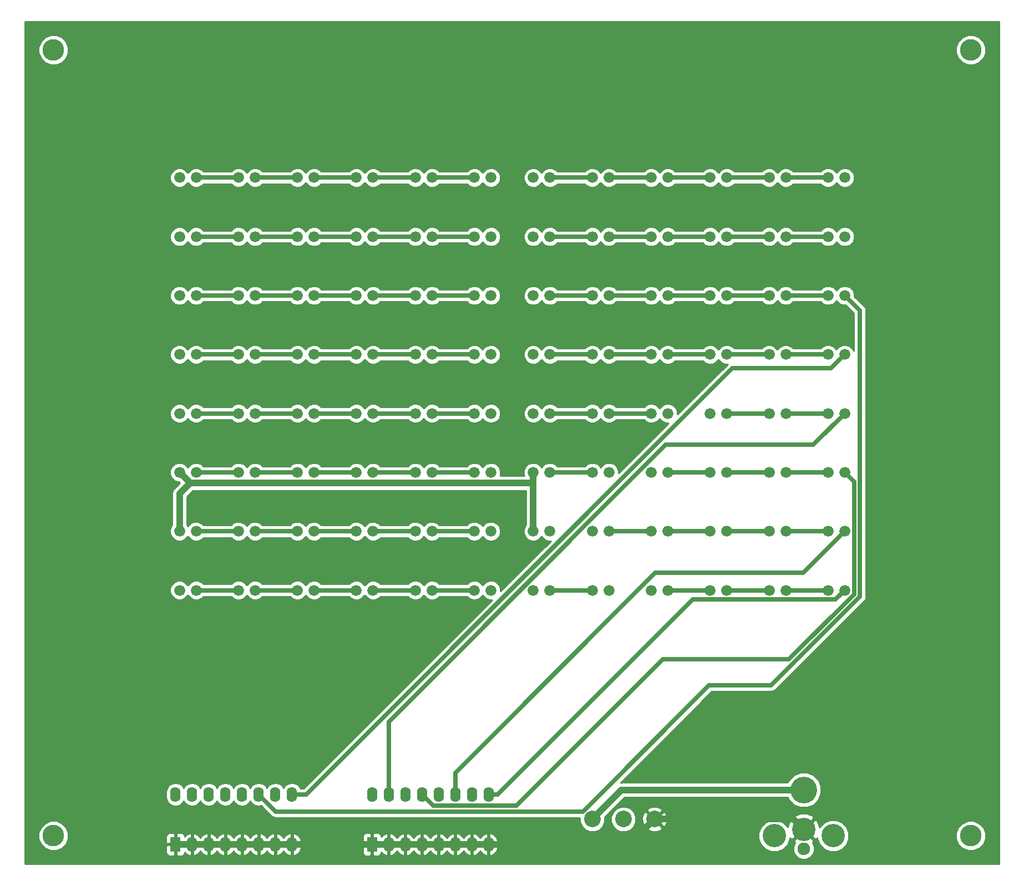
<source format=gtl>
G04 (created by PCBNEW (2013-jul-07)-stable) date Fri 28 Nov 2014 01:10:13 PM PST*
%MOIN*%
G04 Gerber Fmt 3.4, Leading zero omitted, Abs format*
%FSLAX34Y34*%
G01*
G70*
G90*
G04 APERTURE LIST*
%ADD10C,0.00590551*%
%ADD11C,0.1*%
%ADD12R,0.062X0.09*%
%ADD13O,0.062X0.09*%
%ADD14C,0.076*%
%ADD15C,0.14*%
%ADD16C,0.16*%
%ADD17C,0.066*%
%ADD18C,0.13*%
%ADD19C,0.04*%
%ADD20C,0.025*%
%ADD21C,0.01*%
G04 APERTURE END LIST*
G54D10*
G54D11*
X49311Y-62385D03*
X51181Y-62385D03*
X53051Y-62385D03*
G54D12*
X36066Y-63901D03*
G54D13*
X37066Y-63901D03*
X38066Y-63901D03*
X39066Y-63901D03*
X40066Y-63901D03*
X41066Y-63901D03*
X42066Y-63901D03*
X43066Y-63901D03*
X43066Y-60901D03*
X42066Y-60901D03*
X41066Y-60901D03*
X40066Y-60901D03*
X39066Y-60901D03*
X38066Y-60901D03*
X37066Y-60901D03*
X36066Y-60901D03*
G54D12*
X24255Y-63901D03*
G54D13*
X25255Y-63901D03*
X26255Y-63901D03*
X27255Y-63901D03*
X28255Y-63901D03*
X29255Y-63901D03*
X30255Y-63901D03*
X31255Y-63901D03*
X31255Y-60901D03*
X30255Y-60901D03*
X29255Y-60901D03*
X28255Y-60901D03*
X27255Y-60901D03*
X26255Y-60901D03*
X25255Y-60901D03*
X24255Y-60901D03*
G54D14*
X62007Y-64174D03*
G54D15*
X62007Y-62994D03*
G54D16*
X62007Y-60634D03*
G54D15*
X63777Y-63384D03*
X60237Y-63384D03*
G54D17*
X24500Y-45078D03*
X25500Y-45078D03*
X35129Y-37992D03*
X36129Y-37992D03*
X63476Y-41535D03*
X64476Y-41535D03*
X59933Y-41535D03*
X60933Y-41535D03*
X56389Y-41535D03*
X57389Y-41535D03*
X52846Y-41535D03*
X53846Y-41535D03*
X49303Y-41535D03*
X50303Y-41535D03*
X45759Y-41535D03*
X46759Y-41535D03*
X42216Y-41535D03*
X43216Y-41535D03*
X38673Y-41535D03*
X39673Y-41535D03*
X35129Y-41535D03*
X36129Y-41535D03*
X31586Y-41535D03*
X32586Y-41535D03*
X28043Y-41535D03*
X29043Y-41535D03*
X24500Y-41535D03*
X25500Y-41535D03*
X63476Y-37992D03*
X64476Y-37992D03*
X59933Y-37992D03*
X60933Y-37992D03*
X56389Y-37992D03*
X57389Y-37992D03*
X52846Y-37992D03*
X53846Y-37992D03*
X49303Y-37992D03*
X50303Y-37992D03*
X45759Y-37992D03*
X46759Y-37992D03*
X42216Y-37992D03*
X43216Y-37992D03*
X38673Y-37992D03*
X39673Y-37992D03*
X31586Y-37992D03*
X32586Y-37992D03*
X24500Y-48622D03*
X25500Y-48622D03*
X63476Y-48622D03*
X64476Y-48622D03*
X59933Y-48622D03*
X60933Y-48622D03*
X56389Y-48622D03*
X57389Y-48622D03*
X52846Y-48622D03*
X53846Y-48622D03*
X49303Y-48622D03*
X50303Y-48622D03*
X45759Y-48622D03*
X46759Y-48622D03*
X42216Y-48622D03*
X43216Y-48622D03*
X38673Y-48622D03*
X39673Y-48622D03*
X35129Y-48622D03*
X36129Y-48622D03*
X31586Y-48622D03*
X32586Y-48622D03*
X28043Y-48622D03*
X29043Y-48622D03*
X28043Y-45078D03*
X29043Y-45078D03*
X63476Y-45078D03*
X64476Y-45078D03*
X59933Y-45078D03*
X60933Y-45078D03*
X56389Y-45078D03*
X57389Y-45078D03*
X52846Y-45078D03*
X53846Y-45078D03*
X49303Y-45078D03*
X50303Y-45078D03*
X45759Y-45078D03*
X46759Y-45078D03*
X42216Y-45078D03*
X43216Y-45078D03*
X38673Y-45078D03*
X39673Y-45078D03*
X35129Y-45078D03*
X36129Y-45078D03*
X31586Y-45078D03*
X32586Y-45078D03*
X24500Y-27362D03*
X25500Y-27362D03*
X24500Y-30905D03*
X25500Y-30905D03*
X63476Y-27362D03*
X64476Y-27362D03*
X59933Y-27362D03*
X60933Y-27362D03*
X56389Y-27362D03*
X57389Y-27362D03*
X52846Y-27362D03*
X53846Y-27362D03*
X49303Y-27362D03*
X50303Y-27362D03*
X45759Y-27362D03*
X46759Y-27362D03*
X42216Y-27362D03*
X43216Y-27362D03*
X38673Y-27362D03*
X39673Y-27362D03*
X35129Y-27362D03*
X36129Y-27362D03*
X31586Y-27362D03*
X32586Y-27362D03*
X28043Y-27362D03*
X29043Y-27362D03*
X28043Y-30905D03*
X29043Y-30905D03*
X63476Y-23818D03*
X64476Y-23818D03*
X59933Y-23818D03*
X60933Y-23818D03*
X56389Y-23818D03*
X57389Y-23818D03*
X52846Y-23818D03*
X53846Y-23818D03*
X49303Y-23818D03*
X50303Y-23818D03*
X45759Y-23818D03*
X46759Y-23818D03*
X42216Y-23818D03*
X43216Y-23818D03*
X38673Y-23818D03*
X39673Y-23818D03*
X35129Y-23818D03*
X36129Y-23818D03*
X31586Y-23818D03*
X32586Y-23818D03*
X28043Y-23818D03*
X29043Y-23818D03*
X28043Y-34448D03*
X29043Y-34448D03*
X28043Y-37992D03*
X29043Y-37992D03*
X24500Y-37992D03*
X25500Y-37992D03*
X63476Y-34448D03*
X64476Y-34448D03*
X59933Y-34448D03*
X60933Y-34448D03*
X56389Y-34448D03*
X57389Y-34448D03*
X52846Y-34448D03*
X53846Y-34448D03*
X49303Y-34448D03*
X50303Y-34448D03*
X45759Y-34448D03*
X46759Y-34448D03*
X42216Y-34448D03*
X43216Y-34448D03*
X38673Y-34448D03*
X39673Y-34448D03*
X35129Y-34448D03*
X36129Y-34448D03*
X31586Y-34448D03*
X32586Y-34448D03*
X24500Y-23818D03*
X25500Y-23818D03*
X24500Y-34448D03*
X25500Y-34448D03*
X63476Y-30905D03*
X64476Y-30905D03*
X59933Y-30905D03*
X60933Y-30905D03*
X56389Y-30905D03*
X57389Y-30905D03*
X52846Y-30905D03*
X53846Y-30905D03*
X49303Y-30905D03*
X50303Y-30905D03*
X45759Y-30905D03*
X46759Y-30905D03*
X42216Y-30905D03*
X43216Y-30905D03*
X38673Y-30905D03*
X39673Y-30905D03*
X35129Y-30905D03*
X36129Y-30905D03*
X31586Y-30905D03*
X32586Y-30905D03*
G54D18*
X16929Y-16141D03*
X16929Y-63385D03*
X72047Y-63385D03*
X72047Y-16141D03*
G54D19*
X51062Y-60634D02*
X49311Y-62385D01*
X62007Y-60634D02*
X51062Y-60634D01*
X30255Y-63901D02*
X29255Y-63901D01*
X29255Y-63901D02*
X28255Y-63901D01*
X28255Y-63901D02*
X27255Y-63901D01*
X27255Y-63901D02*
X26255Y-63901D01*
X26255Y-63901D02*
X25255Y-63901D01*
X25255Y-63901D02*
X24255Y-63901D01*
X42066Y-63901D02*
X41066Y-63901D01*
X41066Y-63901D02*
X40066Y-63901D01*
X40066Y-63901D02*
X39066Y-63901D01*
X39066Y-63901D02*
X38066Y-63901D01*
X38066Y-63901D02*
X37066Y-63901D01*
X37066Y-63901D02*
X36066Y-63901D01*
X42066Y-63901D02*
X43066Y-63901D01*
X51535Y-63901D02*
X53051Y-62385D01*
X43066Y-63901D02*
X51535Y-63901D01*
X53071Y-62365D02*
X53051Y-62385D01*
X61379Y-62365D02*
X53071Y-62365D01*
X62007Y-62994D02*
X61379Y-62365D01*
X36066Y-63901D02*
X31255Y-63901D01*
X31255Y-63901D02*
X30255Y-63901D01*
X45759Y-45078D02*
X45759Y-42172D01*
X45759Y-42172D02*
X45759Y-41535D01*
X24500Y-42808D02*
X24500Y-45078D01*
X25136Y-42172D02*
X24500Y-42808D01*
X45759Y-42172D02*
X25136Y-42172D01*
X25136Y-42172D02*
X24500Y-41535D01*
G54D20*
X53846Y-48622D02*
X56389Y-48622D01*
X39747Y-61581D02*
X39066Y-60901D01*
X44750Y-61581D02*
X39747Y-61581D01*
X53555Y-52775D02*
X44750Y-61581D01*
X61114Y-52775D02*
X53555Y-52775D01*
X65036Y-48854D02*
X61114Y-52775D01*
X65036Y-42095D02*
X65036Y-48854D01*
X64476Y-41535D02*
X65036Y-42095D01*
X31255Y-60901D02*
X31815Y-60901D01*
X63650Y-35274D02*
X64476Y-34448D01*
X57725Y-35274D02*
X63650Y-35274D01*
X32098Y-60901D02*
X57725Y-35274D01*
X31815Y-60901D02*
X32098Y-60901D01*
X65388Y-31818D02*
X64476Y-30905D01*
X65388Y-49004D02*
X65388Y-31818D01*
X60053Y-54339D02*
X65388Y-49004D01*
X56331Y-54339D02*
X60053Y-54339D01*
X48734Y-61936D02*
X56331Y-54339D01*
X30291Y-61936D02*
X48734Y-61936D01*
X29255Y-60901D02*
X30291Y-61936D01*
X37066Y-56524D02*
X37066Y-60901D01*
X53708Y-39883D02*
X37066Y-56524D01*
X62585Y-39883D02*
X53708Y-39883D01*
X64476Y-37992D02*
X62585Y-39883D01*
X41066Y-59589D02*
X41066Y-60901D01*
X53080Y-47575D02*
X41066Y-59589D01*
X61979Y-47575D02*
X53080Y-47575D01*
X64476Y-45078D02*
X61979Y-47575D01*
X46759Y-48622D02*
X49303Y-48622D01*
X36129Y-30905D02*
X38673Y-30905D01*
X57389Y-30905D02*
X59933Y-30905D01*
X53846Y-30905D02*
X56389Y-30905D01*
X50303Y-30905D02*
X52846Y-30905D01*
X46759Y-30905D02*
X49303Y-30905D01*
X39673Y-30905D02*
X42216Y-30905D01*
X32586Y-30905D02*
X35129Y-30905D01*
X31586Y-30905D02*
X29043Y-30905D01*
X28043Y-30905D02*
X25500Y-30905D01*
X60933Y-27362D02*
X63476Y-27362D01*
X36129Y-34448D02*
X38673Y-34448D01*
X53846Y-34448D02*
X56389Y-34448D01*
X50303Y-34448D02*
X52846Y-34448D01*
X46759Y-34448D02*
X49303Y-34448D01*
X39673Y-34448D02*
X42216Y-34448D01*
X32586Y-34448D02*
X35129Y-34448D01*
X31586Y-34448D02*
X29043Y-34448D01*
X25500Y-34448D02*
X28043Y-34448D01*
X60933Y-30905D02*
X63476Y-30905D01*
X60933Y-23818D02*
X63476Y-23818D01*
X57389Y-23818D02*
X59933Y-23818D01*
X53846Y-23818D02*
X56389Y-23818D01*
X50303Y-23818D02*
X52846Y-23818D01*
X46759Y-23818D02*
X49303Y-23818D01*
X39673Y-23818D02*
X42216Y-23818D01*
X36129Y-23818D02*
X38673Y-23818D01*
X32586Y-23818D02*
X35129Y-23818D01*
X29043Y-23818D02*
X31586Y-23818D01*
X25500Y-23818D02*
X28043Y-23818D01*
X39673Y-27362D02*
X42216Y-27362D01*
X57389Y-27362D02*
X59933Y-27362D01*
X53846Y-27362D02*
X56389Y-27362D01*
X50303Y-27362D02*
X52846Y-27362D01*
X46759Y-27362D02*
X49303Y-27362D01*
X57389Y-34448D02*
X59933Y-34448D01*
X36129Y-27362D02*
X38673Y-27362D01*
X32586Y-27362D02*
X35129Y-27362D01*
X29043Y-27362D02*
X31586Y-27362D01*
X28043Y-27362D02*
X25500Y-27362D01*
X31586Y-45078D02*
X29043Y-45078D01*
X39673Y-45078D02*
X42216Y-45078D01*
X36129Y-45078D02*
X38673Y-45078D01*
X32586Y-45078D02*
X35129Y-45078D01*
X50303Y-45078D02*
X52846Y-45078D01*
X55351Y-49177D02*
X43626Y-60901D01*
X63921Y-49177D02*
X55351Y-49177D01*
X64476Y-48622D02*
X63921Y-49177D01*
X43066Y-60901D02*
X43626Y-60901D01*
X28043Y-45078D02*
X25500Y-45078D01*
X60933Y-41535D02*
X63476Y-41535D01*
X57389Y-41535D02*
X59933Y-41535D01*
X53846Y-41535D02*
X56389Y-41535D01*
X28043Y-48622D02*
X25500Y-48622D01*
X39673Y-48622D02*
X42216Y-48622D01*
X36129Y-48622D02*
X38673Y-48622D01*
X32586Y-48622D02*
X35129Y-48622D01*
X29043Y-48622D02*
X31586Y-48622D01*
X60933Y-48622D02*
X63476Y-48622D01*
X60933Y-45078D02*
X63476Y-45078D01*
X57389Y-45078D02*
X59933Y-45078D01*
X53846Y-45078D02*
X56389Y-45078D01*
X32586Y-37992D02*
X35129Y-37992D01*
X50303Y-37992D02*
X52846Y-37992D01*
X46759Y-37992D02*
X49303Y-37992D01*
X39673Y-37992D02*
X42216Y-37992D01*
X38673Y-37992D02*
X36129Y-37992D01*
X29043Y-37992D02*
X31586Y-37992D01*
X57389Y-48622D02*
X59933Y-48622D01*
X25500Y-37992D02*
X28043Y-37992D01*
X60933Y-34448D02*
X63476Y-34448D01*
X32586Y-41535D02*
X35129Y-41535D01*
X46759Y-41535D02*
X49303Y-41535D01*
X39673Y-41535D02*
X42216Y-41535D01*
X36129Y-41535D02*
X38673Y-41535D01*
X29043Y-41535D02*
X31586Y-41535D01*
X25500Y-41535D02*
X28043Y-41535D01*
X60933Y-37992D02*
X63476Y-37992D01*
X57389Y-37992D02*
X59933Y-37992D01*
G54D10*
G36*
X73746Y-65084D02*
X72947Y-65084D01*
X72947Y-63207D01*
X72947Y-15963D01*
X72810Y-15632D01*
X72557Y-15379D01*
X72227Y-15241D01*
X71869Y-15241D01*
X71538Y-15378D01*
X71284Y-15631D01*
X71147Y-15961D01*
X71147Y-16319D01*
X71283Y-16650D01*
X71536Y-16904D01*
X71867Y-17041D01*
X72225Y-17041D01*
X72556Y-16905D01*
X72809Y-16652D01*
X72947Y-16321D01*
X72947Y-15963D01*
X72947Y-63207D01*
X72810Y-62876D01*
X72557Y-62623D01*
X72227Y-62485D01*
X71869Y-62485D01*
X71538Y-62622D01*
X71284Y-62875D01*
X71147Y-63206D01*
X71147Y-63564D01*
X71283Y-63894D01*
X71536Y-64148D01*
X71867Y-64285D01*
X72225Y-64285D01*
X72556Y-64149D01*
X72809Y-63896D01*
X72947Y-63565D01*
X72947Y-63207D01*
X72947Y-65084D01*
X65763Y-65084D01*
X65763Y-49004D01*
X65763Y-31818D01*
X65735Y-31674D01*
X65654Y-31552D01*
X65654Y-31552D01*
X65056Y-30955D01*
X65056Y-30790D01*
X65056Y-27247D01*
X65056Y-23704D01*
X64968Y-23490D01*
X64805Y-23327D01*
X64592Y-23238D01*
X64361Y-23238D01*
X64148Y-23326D01*
X63984Y-23489D01*
X63976Y-23510D01*
X63968Y-23490D01*
X63805Y-23327D01*
X63592Y-23238D01*
X63361Y-23238D01*
X63148Y-23326D01*
X63031Y-23443D01*
X61378Y-23443D01*
X61262Y-23327D01*
X61048Y-23238D01*
X60818Y-23238D01*
X60604Y-23326D01*
X60441Y-23489D01*
X60433Y-23510D01*
X60425Y-23490D01*
X60262Y-23327D01*
X60048Y-23238D01*
X59818Y-23238D01*
X59604Y-23326D01*
X59487Y-23443D01*
X57834Y-23443D01*
X57718Y-23327D01*
X57505Y-23238D01*
X57274Y-23238D01*
X57061Y-23326D01*
X56898Y-23489D01*
X56889Y-23510D01*
X56881Y-23490D01*
X56718Y-23327D01*
X56505Y-23238D01*
X56274Y-23238D01*
X56061Y-23326D01*
X55944Y-23443D01*
X54291Y-23443D01*
X54175Y-23327D01*
X53962Y-23238D01*
X53731Y-23238D01*
X53518Y-23326D01*
X53355Y-23489D01*
X53346Y-23510D01*
X53338Y-23490D01*
X53175Y-23327D01*
X52962Y-23238D01*
X52731Y-23238D01*
X52518Y-23326D01*
X52401Y-23443D01*
X50748Y-23443D01*
X50632Y-23327D01*
X50419Y-23238D01*
X50188Y-23238D01*
X49975Y-23326D01*
X49811Y-23489D01*
X49803Y-23510D01*
X49795Y-23490D01*
X49632Y-23327D01*
X49419Y-23238D01*
X49188Y-23238D01*
X48975Y-23326D01*
X48857Y-23443D01*
X47205Y-23443D01*
X47088Y-23327D01*
X46875Y-23238D01*
X46644Y-23238D01*
X46431Y-23326D01*
X46268Y-23489D01*
X46259Y-23510D01*
X46251Y-23490D01*
X46088Y-23327D01*
X45875Y-23238D01*
X45644Y-23238D01*
X45431Y-23326D01*
X45268Y-23489D01*
X45179Y-23703D01*
X45179Y-23933D01*
X45267Y-24147D01*
X45430Y-24310D01*
X45643Y-24398D01*
X45874Y-24398D01*
X46087Y-24310D01*
X46251Y-24147D01*
X46259Y-24127D01*
X46267Y-24147D01*
X46430Y-24310D01*
X46643Y-24398D01*
X46874Y-24398D01*
X47087Y-24310D01*
X47205Y-24193D01*
X48857Y-24193D01*
X48974Y-24310D01*
X49187Y-24398D01*
X49418Y-24398D01*
X49631Y-24310D01*
X49794Y-24147D01*
X49803Y-24127D01*
X49811Y-24147D01*
X49974Y-24310D01*
X50187Y-24398D01*
X50418Y-24398D01*
X50631Y-24310D01*
X50748Y-24193D01*
X52401Y-24193D01*
X52517Y-24310D01*
X52730Y-24398D01*
X52961Y-24398D01*
X53174Y-24310D01*
X53337Y-24147D01*
X53346Y-24127D01*
X53354Y-24147D01*
X53517Y-24310D01*
X53730Y-24398D01*
X53961Y-24398D01*
X54174Y-24310D01*
X54291Y-24193D01*
X55944Y-24193D01*
X56060Y-24310D01*
X56273Y-24398D01*
X56504Y-24398D01*
X56717Y-24310D01*
X56881Y-24147D01*
X56889Y-24127D01*
X56897Y-24147D01*
X57060Y-24310D01*
X57273Y-24398D01*
X57504Y-24398D01*
X57717Y-24310D01*
X57835Y-24193D01*
X59487Y-24193D01*
X59604Y-24310D01*
X59817Y-24398D01*
X60047Y-24398D01*
X60261Y-24310D01*
X60424Y-24147D01*
X60432Y-24127D01*
X60441Y-24147D01*
X60604Y-24310D01*
X60817Y-24398D01*
X61047Y-24398D01*
X61261Y-24310D01*
X61378Y-24193D01*
X63031Y-24193D01*
X63147Y-24310D01*
X63360Y-24398D01*
X63591Y-24398D01*
X63804Y-24310D01*
X63967Y-24147D01*
X63976Y-24127D01*
X63984Y-24147D01*
X64147Y-24310D01*
X64360Y-24398D01*
X64591Y-24398D01*
X64804Y-24310D01*
X64967Y-24147D01*
X65056Y-23934D01*
X65056Y-23704D01*
X65056Y-27247D01*
X64968Y-27034D01*
X64805Y-26870D01*
X64592Y-26782D01*
X64361Y-26782D01*
X64148Y-26870D01*
X63984Y-27033D01*
X63976Y-27053D01*
X63968Y-27034D01*
X63805Y-26870D01*
X63592Y-26782D01*
X63361Y-26782D01*
X63148Y-26870D01*
X63031Y-26987D01*
X61378Y-26987D01*
X61262Y-26870D01*
X61048Y-26782D01*
X60818Y-26782D01*
X60604Y-26870D01*
X60441Y-27033D01*
X60433Y-27053D01*
X60425Y-27034D01*
X60262Y-26870D01*
X60048Y-26782D01*
X59818Y-26782D01*
X59604Y-26870D01*
X59487Y-26987D01*
X57834Y-26987D01*
X57718Y-26870D01*
X57505Y-26782D01*
X57274Y-26782D01*
X57061Y-26870D01*
X56898Y-27033D01*
X56889Y-27053D01*
X56881Y-27034D01*
X56718Y-26870D01*
X56505Y-26782D01*
X56274Y-26782D01*
X56061Y-26870D01*
X55944Y-26987D01*
X54291Y-26987D01*
X54175Y-26870D01*
X53962Y-26782D01*
X53731Y-26782D01*
X53518Y-26870D01*
X53355Y-27033D01*
X53346Y-27053D01*
X53338Y-27034D01*
X53175Y-26870D01*
X52962Y-26782D01*
X52731Y-26782D01*
X52518Y-26870D01*
X52401Y-26987D01*
X50748Y-26987D01*
X50632Y-26870D01*
X50419Y-26782D01*
X50188Y-26782D01*
X49975Y-26870D01*
X49811Y-27033D01*
X49803Y-27053D01*
X49795Y-27034D01*
X49632Y-26870D01*
X49419Y-26782D01*
X49188Y-26782D01*
X48975Y-26870D01*
X48857Y-26987D01*
X47205Y-26987D01*
X47088Y-26870D01*
X46875Y-26782D01*
X46644Y-26782D01*
X46431Y-26870D01*
X46268Y-27033D01*
X46259Y-27053D01*
X46251Y-27034D01*
X46088Y-26870D01*
X45875Y-26782D01*
X45644Y-26782D01*
X45431Y-26870D01*
X45268Y-27033D01*
X45179Y-27246D01*
X45179Y-27477D01*
X45267Y-27690D01*
X45430Y-27853D01*
X45643Y-27942D01*
X45874Y-27942D01*
X46087Y-27854D01*
X46251Y-27691D01*
X46259Y-27670D01*
X46267Y-27690D01*
X46430Y-27853D01*
X46643Y-27942D01*
X46874Y-27942D01*
X47087Y-27854D01*
X47205Y-27737D01*
X48857Y-27737D01*
X48974Y-27853D01*
X49187Y-27942D01*
X49418Y-27942D01*
X49631Y-27854D01*
X49794Y-27691D01*
X49803Y-27670D01*
X49811Y-27690D01*
X49974Y-27853D01*
X50187Y-27942D01*
X50418Y-27942D01*
X50631Y-27854D01*
X50748Y-27737D01*
X52401Y-27737D01*
X52517Y-27853D01*
X52730Y-27942D01*
X52961Y-27942D01*
X53174Y-27854D01*
X53337Y-27691D01*
X53346Y-27670D01*
X53354Y-27690D01*
X53517Y-27853D01*
X53730Y-27942D01*
X53961Y-27942D01*
X54174Y-27854D01*
X54291Y-27737D01*
X55944Y-27737D01*
X56060Y-27853D01*
X56273Y-27942D01*
X56504Y-27942D01*
X56717Y-27854D01*
X56881Y-27691D01*
X56889Y-27670D01*
X56897Y-27690D01*
X57060Y-27853D01*
X57273Y-27942D01*
X57504Y-27942D01*
X57717Y-27854D01*
X57835Y-27737D01*
X59487Y-27737D01*
X59604Y-27853D01*
X59817Y-27942D01*
X60047Y-27942D01*
X60261Y-27854D01*
X60424Y-27691D01*
X60432Y-27670D01*
X60441Y-27690D01*
X60604Y-27853D01*
X60817Y-27942D01*
X61047Y-27942D01*
X61261Y-27854D01*
X61378Y-27737D01*
X63031Y-27737D01*
X63147Y-27853D01*
X63360Y-27942D01*
X63591Y-27942D01*
X63804Y-27854D01*
X63967Y-27691D01*
X63976Y-27670D01*
X63984Y-27690D01*
X64147Y-27853D01*
X64360Y-27942D01*
X64591Y-27942D01*
X64804Y-27854D01*
X64967Y-27691D01*
X65056Y-27478D01*
X65056Y-27247D01*
X65056Y-30790D01*
X64968Y-30577D01*
X64805Y-30414D01*
X64592Y-30325D01*
X64361Y-30325D01*
X64148Y-30413D01*
X63984Y-30576D01*
X63976Y-30597D01*
X63968Y-30577D01*
X63805Y-30414D01*
X63592Y-30325D01*
X63361Y-30325D01*
X63148Y-30413D01*
X63031Y-30530D01*
X61378Y-30530D01*
X61262Y-30414D01*
X61048Y-30325D01*
X60818Y-30325D01*
X60604Y-30413D01*
X60441Y-30576D01*
X60433Y-30597D01*
X60425Y-30577D01*
X60262Y-30414D01*
X60048Y-30325D01*
X59818Y-30325D01*
X59604Y-30413D01*
X59487Y-30530D01*
X57834Y-30530D01*
X57718Y-30414D01*
X57505Y-30325D01*
X57274Y-30325D01*
X57061Y-30413D01*
X56898Y-30576D01*
X56889Y-30597D01*
X56881Y-30577D01*
X56718Y-30414D01*
X56505Y-30325D01*
X56274Y-30325D01*
X56061Y-30413D01*
X55944Y-30530D01*
X54291Y-30530D01*
X54175Y-30414D01*
X53962Y-30325D01*
X53731Y-30325D01*
X53518Y-30413D01*
X53355Y-30576D01*
X53346Y-30597D01*
X53338Y-30577D01*
X53175Y-30414D01*
X52962Y-30325D01*
X52731Y-30325D01*
X52518Y-30413D01*
X52401Y-30530D01*
X50748Y-30530D01*
X50632Y-30414D01*
X50419Y-30325D01*
X50188Y-30325D01*
X49975Y-30413D01*
X49811Y-30576D01*
X49803Y-30597D01*
X49795Y-30577D01*
X49632Y-30414D01*
X49419Y-30325D01*
X49188Y-30325D01*
X48975Y-30413D01*
X48857Y-30530D01*
X47205Y-30530D01*
X47088Y-30414D01*
X46875Y-30325D01*
X46644Y-30325D01*
X46431Y-30413D01*
X46268Y-30576D01*
X46259Y-30597D01*
X46251Y-30577D01*
X46088Y-30414D01*
X45875Y-30325D01*
X45644Y-30325D01*
X45431Y-30413D01*
X45268Y-30576D01*
X45179Y-30789D01*
X45179Y-31020D01*
X45267Y-31233D01*
X45430Y-31396D01*
X45643Y-31485D01*
X45874Y-31485D01*
X46087Y-31397D01*
X46251Y-31234D01*
X46259Y-31214D01*
X46267Y-31233D01*
X46430Y-31396D01*
X46643Y-31485D01*
X46874Y-31485D01*
X47087Y-31397D01*
X47205Y-31280D01*
X48857Y-31280D01*
X48974Y-31396D01*
X49187Y-31485D01*
X49418Y-31485D01*
X49631Y-31397D01*
X49794Y-31234D01*
X49803Y-31214D01*
X49811Y-31233D01*
X49974Y-31396D01*
X50187Y-31485D01*
X50418Y-31485D01*
X50631Y-31397D01*
X50748Y-31280D01*
X52401Y-31280D01*
X52517Y-31396D01*
X52730Y-31485D01*
X52961Y-31485D01*
X53174Y-31397D01*
X53337Y-31234D01*
X53346Y-31214D01*
X53354Y-31233D01*
X53517Y-31396D01*
X53730Y-31485D01*
X53961Y-31485D01*
X54174Y-31397D01*
X54291Y-31280D01*
X55944Y-31280D01*
X56060Y-31396D01*
X56273Y-31485D01*
X56504Y-31485D01*
X56717Y-31397D01*
X56881Y-31234D01*
X56889Y-31214D01*
X56897Y-31233D01*
X57060Y-31396D01*
X57273Y-31485D01*
X57504Y-31485D01*
X57717Y-31397D01*
X57835Y-31280D01*
X59487Y-31280D01*
X59604Y-31396D01*
X59817Y-31485D01*
X60047Y-31485D01*
X60261Y-31397D01*
X60424Y-31234D01*
X60432Y-31214D01*
X60441Y-31233D01*
X60604Y-31396D01*
X60817Y-31485D01*
X61047Y-31485D01*
X61261Y-31397D01*
X61378Y-31280D01*
X63031Y-31280D01*
X63147Y-31396D01*
X63360Y-31485D01*
X63591Y-31485D01*
X63804Y-31397D01*
X63967Y-31234D01*
X63976Y-31214D01*
X63984Y-31233D01*
X64147Y-31396D01*
X64360Y-31485D01*
X64526Y-31485D01*
X65013Y-31973D01*
X65013Y-34230D01*
X64968Y-34120D01*
X64805Y-33957D01*
X64592Y-33868D01*
X64361Y-33868D01*
X64148Y-33956D01*
X63984Y-34119D01*
X63976Y-34140D01*
X63968Y-34120D01*
X63805Y-33957D01*
X63592Y-33868D01*
X63361Y-33868D01*
X63148Y-33956D01*
X63031Y-34073D01*
X61378Y-34073D01*
X61262Y-33957D01*
X61048Y-33868D01*
X60818Y-33868D01*
X60604Y-33956D01*
X60441Y-34119D01*
X60433Y-34140D01*
X60425Y-34120D01*
X60262Y-33957D01*
X60048Y-33868D01*
X59818Y-33868D01*
X59604Y-33956D01*
X59487Y-34073D01*
X57834Y-34073D01*
X57718Y-33957D01*
X57505Y-33868D01*
X57274Y-33868D01*
X57061Y-33956D01*
X56898Y-34119D01*
X56889Y-34140D01*
X56881Y-34120D01*
X56718Y-33957D01*
X56505Y-33868D01*
X56274Y-33868D01*
X56061Y-33956D01*
X55944Y-34073D01*
X54291Y-34073D01*
X54175Y-33957D01*
X53962Y-33868D01*
X53731Y-33868D01*
X53518Y-33956D01*
X53355Y-34119D01*
X53346Y-34140D01*
X53338Y-34120D01*
X53175Y-33957D01*
X52962Y-33868D01*
X52731Y-33868D01*
X52518Y-33956D01*
X52401Y-34073D01*
X50748Y-34073D01*
X50632Y-33957D01*
X50419Y-33868D01*
X50188Y-33868D01*
X49975Y-33956D01*
X49811Y-34119D01*
X49803Y-34140D01*
X49795Y-34120D01*
X49632Y-33957D01*
X49419Y-33868D01*
X49188Y-33868D01*
X48975Y-33956D01*
X48857Y-34073D01*
X47205Y-34073D01*
X47088Y-33957D01*
X46875Y-33868D01*
X46644Y-33868D01*
X46431Y-33956D01*
X46268Y-34119D01*
X46259Y-34140D01*
X46251Y-34120D01*
X46088Y-33957D01*
X45875Y-33868D01*
X45644Y-33868D01*
X45431Y-33956D01*
X45268Y-34119D01*
X45179Y-34332D01*
X45179Y-34563D01*
X45267Y-34776D01*
X45430Y-34940D01*
X45643Y-35028D01*
X45874Y-35028D01*
X46087Y-34940D01*
X46251Y-34777D01*
X46259Y-34757D01*
X46267Y-34776D01*
X46430Y-34940D01*
X46643Y-35028D01*
X46874Y-35028D01*
X47087Y-34940D01*
X47205Y-34823D01*
X48857Y-34823D01*
X48974Y-34940D01*
X49187Y-35028D01*
X49418Y-35028D01*
X49631Y-34940D01*
X49794Y-34777D01*
X49803Y-34757D01*
X49811Y-34776D01*
X49974Y-34940D01*
X50187Y-35028D01*
X50418Y-35028D01*
X50631Y-34940D01*
X50748Y-34823D01*
X52401Y-34823D01*
X52517Y-34940D01*
X52730Y-35028D01*
X52961Y-35028D01*
X53174Y-34940D01*
X53337Y-34777D01*
X53346Y-34757D01*
X53354Y-34776D01*
X53517Y-34940D01*
X53730Y-35028D01*
X53961Y-35028D01*
X54174Y-34940D01*
X54291Y-34823D01*
X55944Y-34823D01*
X56060Y-34940D01*
X56273Y-35028D01*
X56504Y-35028D01*
X56717Y-34940D01*
X56881Y-34777D01*
X56889Y-34757D01*
X56897Y-34776D01*
X57060Y-34940D01*
X57273Y-35028D01*
X57441Y-35028D01*
X54426Y-38043D01*
X54426Y-37877D01*
X54338Y-37664D01*
X54175Y-37500D01*
X53962Y-37412D01*
X53731Y-37412D01*
X53518Y-37500D01*
X53355Y-37663D01*
X53346Y-37683D01*
X53338Y-37664D01*
X53175Y-37500D01*
X52962Y-37412D01*
X52731Y-37412D01*
X52518Y-37500D01*
X52401Y-37617D01*
X50748Y-37617D01*
X50632Y-37500D01*
X50419Y-37412D01*
X50188Y-37412D01*
X49975Y-37500D01*
X49811Y-37663D01*
X49803Y-37683D01*
X49795Y-37664D01*
X49632Y-37500D01*
X49419Y-37412D01*
X49188Y-37412D01*
X48975Y-37500D01*
X48857Y-37617D01*
X47205Y-37617D01*
X47088Y-37500D01*
X46875Y-37412D01*
X46644Y-37412D01*
X46431Y-37500D01*
X46268Y-37663D01*
X46259Y-37683D01*
X46251Y-37664D01*
X46088Y-37500D01*
X45875Y-37412D01*
X45644Y-37412D01*
X45431Y-37500D01*
X45268Y-37663D01*
X45179Y-37876D01*
X45179Y-38106D01*
X45267Y-38320D01*
X45430Y-38483D01*
X45643Y-38572D01*
X45874Y-38572D01*
X46087Y-38484D01*
X46251Y-38321D01*
X46259Y-38300D01*
X46267Y-38320D01*
X46430Y-38483D01*
X46643Y-38572D01*
X46874Y-38572D01*
X47087Y-38484D01*
X47205Y-38367D01*
X48857Y-38367D01*
X48974Y-38483D01*
X49187Y-38572D01*
X49418Y-38572D01*
X49631Y-38484D01*
X49794Y-38321D01*
X49803Y-38300D01*
X49811Y-38320D01*
X49974Y-38483D01*
X50187Y-38572D01*
X50418Y-38572D01*
X50631Y-38484D01*
X50748Y-38367D01*
X52401Y-38367D01*
X52517Y-38483D01*
X52730Y-38572D01*
X52961Y-38572D01*
X53174Y-38484D01*
X53337Y-38321D01*
X53346Y-38300D01*
X53354Y-38320D01*
X53517Y-38483D01*
X53730Y-38572D01*
X53897Y-38572D01*
X50883Y-41586D01*
X50883Y-41420D01*
X50795Y-41207D01*
X50632Y-41044D01*
X50419Y-40955D01*
X50188Y-40955D01*
X49975Y-41043D01*
X49811Y-41206D01*
X49803Y-41226D01*
X49795Y-41207D01*
X49632Y-41044D01*
X49419Y-40955D01*
X49188Y-40955D01*
X48975Y-41043D01*
X48857Y-41160D01*
X47205Y-41160D01*
X47088Y-41044D01*
X46875Y-40955D01*
X46644Y-40955D01*
X46431Y-41043D01*
X46268Y-41206D01*
X46259Y-41226D01*
X46251Y-41207D01*
X46088Y-41044D01*
X45875Y-40955D01*
X45644Y-40955D01*
X45431Y-41043D01*
X45268Y-41206D01*
X45179Y-41419D01*
X45179Y-41650D01*
X45209Y-41722D01*
X43767Y-41722D01*
X43796Y-41651D01*
X43796Y-41420D01*
X43796Y-37877D01*
X43796Y-34333D01*
X43796Y-30790D01*
X43796Y-27247D01*
X43796Y-23704D01*
X43708Y-23490D01*
X43545Y-23327D01*
X43332Y-23238D01*
X43101Y-23238D01*
X42888Y-23326D01*
X42725Y-23489D01*
X42716Y-23510D01*
X42708Y-23490D01*
X42545Y-23327D01*
X42332Y-23238D01*
X42101Y-23238D01*
X41888Y-23326D01*
X41771Y-23443D01*
X40118Y-23443D01*
X40002Y-23327D01*
X39789Y-23238D01*
X39558Y-23238D01*
X39345Y-23326D01*
X39181Y-23489D01*
X39173Y-23510D01*
X39165Y-23490D01*
X39002Y-23327D01*
X38789Y-23238D01*
X38558Y-23238D01*
X38345Y-23326D01*
X38227Y-23443D01*
X36575Y-23443D01*
X36458Y-23327D01*
X36245Y-23238D01*
X36015Y-23238D01*
X35801Y-23326D01*
X35638Y-23489D01*
X35630Y-23510D01*
X35621Y-23490D01*
X35458Y-23327D01*
X35245Y-23238D01*
X35015Y-23238D01*
X34801Y-23326D01*
X34684Y-23443D01*
X33031Y-23443D01*
X32915Y-23327D01*
X32702Y-23238D01*
X32471Y-23238D01*
X32258Y-23326D01*
X32095Y-23489D01*
X32086Y-23510D01*
X32078Y-23490D01*
X31915Y-23327D01*
X31702Y-23238D01*
X31471Y-23238D01*
X31258Y-23326D01*
X31141Y-23443D01*
X29488Y-23443D01*
X29372Y-23327D01*
X29159Y-23238D01*
X28928Y-23238D01*
X28715Y-23326D01*
X28551Y-23489D01*
X28543Y-23510D01*
X28535Y-23490D01*
X28372Y-23327D01*
X28159Y-23238D01*
X27928Y-23238D01*
X27715Y-23326D01*
X27598Y-23443D01*
X25945Y-23443D01*
X25828Y-23327D01*
X25615Y-23238D01*
X25385Y-23238D01*
X25171Y-23326D01*
X25008Y-23489D01*
X25000Y-23510D01*
X24991Y-23490D01*
X24828Y-23327D01*
X24615Y-23238D01*
X24385Y-23238D01*
X24171Y-23326D01*
X24008Y-23489D01*
X23920Y-23703D01*
X23919Y-23933D01*
X24008Y-24147D01*
X24171Y-24310D01*
X24384Y-24398D01*
X24614Y-24398D01*
X24828Y-24310D01*
X24991Y-24147D01*
X24999Y-24127D01*
X25008Y-24147D01*
X25171Y-24310D01*
X25384Y-24398D01*
X25614Y-24398D01*
X25828Y-24310D01*
X25945Y-24193D01*
X27598Y-24193D01*
X27714Y-24310D01*
X27927Y-24398D01*
X28158Y-24398D01*
X28371Y-24310D01*
X28534Y-24147D01*
X28543Y-24127D01*
X28551Y-24147D01*
X28714Y-24310D01*
X28927Y-24398D01*
X29158Y-24398D01*
X29371Y-24310D01*
X29488Y-24193D01*
X31141Y-24193D01*
X31257Y-24310D01*
X31470Y-24398D01*
X31701Y-24398D01*
X31914Y-24310D01*
X32078Y-24147D01*
X32086Y-24127D01*
X32094Y-24147D01*
X32257Y-24310D01*
X32470Y-24398D01*
X32701Y-24398D01*
X32914Y-24310D01*
X33031Y-24193D01*
X34684Y-24193D01*
X34800Y-24310D01*
X35014Y-24398D01*
X35244Y-24398D01*
X35458Y-24310D01*
X35621Y-24147D01*
X35629Y-24127D01*
X35637Y-24147D01*
X35800Y-24310D01*
X36014Y-24398D01*
X36244Y-24398D01*
X36458Y-24310D01*
X36575Y-24193D01*
X38228Y-24193D01*
X38344Y-24310D01*
X38557Y-24398D01*
X38788Y-24398D01*
X39001Y-24310D01*
X39164Y-24147D01*
X39173Y-24127D01*
X39181Y-24147D01*
X39344Y-24310D01*
X39557Y-24398D01*
X39788Y-24398D01*
X40001Y-24310D01*
X40118Y-24193D01*
X41771Y-24193D01*
X41887Y-24310D01*
X42100Y-24398D01*
X42331Y-24398D01*
X42544Y-24310D01*
X42707Y-24147D01*
X42716Y-24127D01*
X42724Y-24147D01*
X42887Y-24310D01*
X43100Y-24398D01*
X43331Y-24398D01*
X43544Y-24310D01*
X43707Y-24147D01*
X43796Y-23934D01*
X43796Y-23704D01*
X43796Y-27247D01*
X43708Y-27034D01*
X43545Y-26870D01*
X43332Y-26782D01*
X43101Y-26782D01*
X42888Y-26870D01*
X42725Y-27033D01*
X42716Y-27053D01*
X42708Y-27034D01*
X42545Y-26870D01*
X42332Y-26782D01*
X42101Y-26782D01*
X41888Y-26870D01*
X41771Y-26987D01*
X40118Y-26987D01*
X40002Y-26870D01*
X39789Y-26782D01*
X39558Y-26782D01*
X39345Y-26870D01*
X39181Y-27033D01*
X39173Y-27053D01*
X39165Y-27034D01*
X39002Y-26870D01*
X38789Y-26782D01*
X38558Y-26782D01*
X38345Y-26870D01*
X38227Y-26987D01*
X36575Y-26987D01*
X36458Y-26870D01*
X36245Y-26782D01*
X36015Y-26782D01*
X35801Y-26870D01*
X35638Y-27033D01*
X35630Y-27053D01*
X35621Y-27034D01*
X35458Y-26870D01*
X35245Y-26782D01*
X35015Y-26782D01*
X34801Y-26870D01*
X34684Y-26987D01*
X33031Y-26987D01*
X32915Y-26870D01*
X32702Y-26782D01*
X32471Y-26782D01*
X32258Y-26870D01*
X32095Y-27033D01*
X32086Y-27053D01*
X32078Y-27034D01*
X31915Y-26870D01*
X31702Y-26782D01*
X31471Y-26782D01*
X31258Y-26870D01*
X31141Y-26987D01*
X29488Y-26987D01*
X29372Y-26870D01*
X29159Y-26782D01*
X28928Y-26782D01*
X28715Y-26870D01*
X28551Y-27033D01*
X28543Y-27053D01*
X28535Y-27034D01*
X28372Y-26870D01*
X28159Y-26782D01*
X27928Y-26782D01*
X27715Y-26870D01*
X27598Y-26987D01*
X25945Y-26987D01*
X25828Y-26870D01*
X25615Y-26782D01*
X25385Y-26782D01*
X25171Y-26870D01*
X25008Y-27033D01*
X25000Y-27053D01*
X24991Y-27034D01*
X24828Y-26870D01*
X24615Y-26782D01*
X24385Y-26782D01*
X24171Y-26870D01*
X24008Y-27033D01*
X23920Y-27246D01*
X23919Y-27477D01*
X24008Y-27690D01*
X24171Y-27853D01*
X24384Y-27942D01*
X24614Y-27942D01*
X24828Y-27854D01*
X24991Y-27691D01*
X24999Y-27670D01*
X25008Y-27690D01*
X25171Y-27853D01*
X25384Y-27942D01*
X25614Y-27942D01*
X25828Y-27854D01*
X25945Y-27737D01*
X27598Y-27737D01*
X27714Y-27853D01*
X27927Y-27942D01*
X28158Y-27942D01*
X28371Y-27854D01*
X28534Y-27691D01*
X28543Y-27670D01*
X28551Y-27690D01*
X28714Y-27853D01*
X28927Y-27942D01*
X29158Y-27942D01*
X29371Y-27854D01*
X29488Y-27737D01*
X31141Y-27737D01*
X31257Y-27853D01*
X31470Y-27942D01*
X31701Y-27942D01*
X31914Y-27854D01*
X32078Y-27691D01*
X32086Y-27670D01*
X32094Y-27690D01*
X32257Y-27853D01*
X32470Y-27942D01*
X32701Y-27942D01*
X32914Y-27854D01*
X33031Y-27737D01*
X34684Y-27737D01*
X34800Y-27853D01*
X35014Y-27942D01*
X35244Y-27942D01*
X35458Y-27854D01*
X35621Y-27691D01*
X35629Y-27670D01*
X35637Y-27690D01*
X35800Y-27853D01*
X36014Y-27942D01*
X36244Y-27942D01*
X36458Y-27854D01*
X36575Y-27737D01*
X38228Y-27737D01*
X38344Y-27853D01*
X38557Y-27942D01*
X38788Y-27942D01*
X39001Y-27854D01*
X39164Y-27691D01*
X39173Y-27670D01*
X39181Y-27690D01*
X39344Y-27853D01*
X39557Y-27942D01*
X39788Y-27942D01*
X40001Y-27854D01*
X40118Y-27737D01*
X41771Y-27737D01*
X41887Y-27853D01*
X42100Y-27942D01*
X42331Y-27942D01*
X42544Y-27854D01*
X42707Y-27691D01*
X42716Y-27670D01*
X42724Y-27690D01*
X42887Y-27853D01*
X43100Y-27942D01*
X43331Y-27942D01*
X43544Y-27854D01*
X43707Y-27691D01*
X43796Y-27478D01*
X43796Y-27247D01*
X43796Y-30790D01*
X43708Y-30577D01*
X43545Y-30414D01*
X43332Y-30325D01*
X43101Y-30325D01*
X42888Y-30413D01*
X42725Y-30576D01*
X42716Y-30597D01*
X42708Y-30577D01*
X42545Y-30414D01*
X42332Y-30325D01*
X42101Y-30325D01*
X41888Y-30413D01*
X41771Y-30530D01*
X40118Y-30530D01*
X40002Y-30414D01*
X39789Y-30325D01*
X39558Y-30325D01*
X39345Y-30413D01*
X39181Y-30576D01*
X39173Y-30597D01*
X39165Y-30577D01*
X39002Y-30414D01*
X38789Y-30325D01*
X38558Y-30325D01*
X38345Y-30413D01*
X38227Y-30530D01*
X36575Y-30530D01*
X36458Y-30414D01*
X36245Y-30325D01*
X36015Y-30325D01*
X35801Y-30413D01*
X35638Y-30576D01*
X35630Y-30597D01*
X35621Y-30577D01*
X35458Y-30414D01*
X35245Y-30325D01*
X35015Y-30325D01*
X34801Y-30413D01*
X34684Y-30530D01*
X33031Y-30530D01*
X32915Y-30414D01*
X32702Y-30325D01*
X32471Y-30325D01*
X32258Y-30413D01*
X32095Y-30576D01*
X32086Y-30597D01*
X32078Y-30577D01*
X31915Y-30414D01*
X31702Y-30325D01*
X31471Y-30325D01*
X31258Y-30413D01*
X31141Y-30530D01*
X29488Y-30530D01*
X29372Y-30414D01*
X29159Y-30325D01*
X28928Y-30325D01*
X28715Y-30413D01*
X28551Y-30576D01*
X28543Y-30597D01*
X28535Y-30577D01*
X28372Y-30414D01*
X28159Y-30325D01*
X27928Y-30325D01*
X27715Y-30413D01*
X27598Y-30530D01*
X25945Y-30530D01*
X25828Y-30414D01*
X25615Y-30325D01*
X25385Y-30325D01*
X25171Y-30413D01*
X25008Y-30576D01*
X25000Y-30597D01*
X24991Y-30577D01*
X24828Y-30414D01*
X24615Y-30325D01*
X24385Y-30325D01*
X24171Y-30413D01*
X24008Y-30576D01*
X23920Y-30789D01*
X23919Y-31020D01*
X24008Y-31233D01*
X24171Y-31396D01*
X24384Y-31485D01*
X24614Y-31485D01*
X24828Y-31397D01*
X24991Y-31234D01*
X24999Y-31214D01*
X25008Y-31233D01*
X25171Y-31396D01*
X25384Y-31485D01*
X25614Y-31485D01*
X25828Y-31397D01*
X25945Y-31280D01*
X27598Y-31280D01*
X27714Y-31396D01*
X27927Y-31485D01*
X28158Y-31485D01*
X28371Y-31397D01*
X28534Y-31234D01*
X28543Y-31214D01*
X28551Y-31233D01*
X28714Y-31396D01*
X28927Y-31485D01*
X29158Y-31485D01*
X29371Y-31397D01*
X29488Y-31280D01*
X31141Y-31280D01*
X31257Y-31396D01*
X31470Y-31485D01*
X31701Y-31485D01*
X31914Y-31397D01*
X32078Y-31234D01*
X32086Y-31214D01*
X32094Y-31233D01*
X32257Y-31396D01*
X32470Y-31485D01*
X32701Y-31485D01*
X32914Y-31397D01*
X33031Y-31280D01*
X34684Y-31280D01*
X34800Y-31396D01*
X35014Y-31485D01*
X35244Y-31485D01*
X35458Y-31397D01*
X35621Y-31234D01*
X35629Y-31214D01*
X35637Y-31233D01*
X35800Y-31396D01*
X36014Y-31485D01*
X36244Y-31485D01*
X36458Y-31397D01*
X36575Y-31280D01*
X38228Y-31280D01*
X38344Y-31396D01*
X38557Y-31485D01*
X38788Y-31485D01*
X39001Y-31397D01*
X39164Y-31234D01*
X39173Y-31214D01*
X39181Y-31233D01*
X39344Y-31396D01*
X39557Y-31485D01*
X39788Y-31485D01*
X40001Y-31397D01*
X40118Y-31280D01*
X41771Y-31280D01*
X41887Y-31396D01*
X42100Y-31485D01*
X42331Y-31485D01*
X42544Y-31397D01*
X42707Y-31234D01*
X42716Y-31214D01*
X42724Y-31233D01*
X42887Y-31396D01*
X43100Y-31485D01*
X43331Y-31485D01*
X43544Y-31397D01*
X43707Y-31234D01*
X43796Y-31021D01*
X43796Y-30790D01*
X43796Y-34333D01*
X43708Y-34120D01*
X43545Y-33957D01*
X43332Y-33868D01*
X43101Y-33868D01*
X42888Y-33956D01*
X42725Y-34119D01*
X42716Y-34140D01*
X42708Y-34120D01*
X42545Y-33957D01*
X42332Y-33868D01*
X42101Y-33868D01*
X41888Y-33956D01*
X41771Y-34073D01*
X40118Y-34073D01*
X40002Y-33957D01*
X39789Y-33868D01*
X39558Y-33868D01*
X39345Y-33956D01*
X39181Y-34119D01*
X39173Y-34140D01*
X39165Y-34120D01*
X39002Y-33957D01*
X38789Y-33868D01*
X38558Y-33868D01*
X38345Y-33956D01*
X38227Y-34073D01*
X36575Y-34073D01*
X36458Y-33957D01*
X36245Y-33868D01*
X36015Y-33868D01*
X35801Y-33956D01*
X35638Y-34119D01*
X35630Y-34140D01*
X35621Y-34120D01*
X35458Y-33957D01*
X35245Y-33868D01*
X35015Y-33868D01*
X34801Y-33956D01*
X34684Y-34073D01*
X33031Y-34073D01*
X32915Y-33957D01*
X32702Y-33868D01*
X32471Y-33868D01*
X32258Y-33956D01*
X32095Y-34119D01*
X32086Y-34140D01*
X32078Y-34120D01*
X31915Y-33957D01*
X31702Y-33868D01*
X31471Y-33868D01*
X31258Y-33956D01*
X31141Y-34073D01*
X29488Y-34073D01*
X29372Y-33957D01*
X29159Y-33868D01*
X28928Y-33868D01*
X28715Y-33956D01*
X28551Y-34119D01*
X28543Y-34140D01*
X28535Y-34120D01*
X28372Y-33957D01*
X28159Y-33868D01*
X27928Y-33868D01*
X27715Y-33956D01*
X27598Y-34073D01*
X25945Y-34073D01*
X25828Y-33957D01*
X25615Y-33868D01*
X25385Y-33868D01*
X25171Y-33956D01*
X25008Y-34119D01*
X25000Y-34140D01*
X24991Y-34120D01*
X24828Y-33957D01*
X24615Y-33868D01*
X24385Y-33868D01*
X24171Y-33956D01*
X24008Y-34119D01*
X23920Y-34332D01*
X23919Y-34563D01*
X24008Y-34776D01*
X24171Y-34940D01*
X24384Y-35028D01*
X24614Y-35028D01*
X24828Y-34940D01*
X24991Y-34777D01*
X24999Y-34757D01*
X25008Y-34776D01*
X25171Y-34940D01*
X25384Y-35028D01*
X25614Y-35028D01*
X25828Y-34940D01*
X25945Y-34823D01*
X27598Y-34823D01*
X27714Y-34940D01*
X27927Y-35028D01*
X28158Y-35028D01*
X28371Y-34940D01*
X28534Y-34777D01*
X28543Y-34757D01*
X28551Y-34776D01*
X28714Y-34940D01*
X28927Y-35028D01*
X29158Y-35028D01*
X29371Y-34940D01*
X29488Y-34823D01*
X31141Y-34823D01*
X31257Y-34940D01*
X31470Y-35028D01*
X31701Y-35028D01*
X31914Y-34940D01*
X32078Y-34777D01*
X32086Y-34757D01*
X32094Y-34776D01*
X32257Y-34940D01*
X32470Y-35028D01*
X32701Y-35028D01*
X32914Y-34940D01*
X33031Y-34823D01*
X34684Y-34823D01*
X34800Y-34940D01*
X35014Y-35028D01*
X35244Y-35028D01*
X35458Y-34940D01*
X35621Y-34777D01*
X35629Y-34757D01*
X35637Y-34776D01*
X35800Y-34940D01*
X36014Y-35028D01*
X36244Y-35028D01*
X36458Y-34940D01*
X36575Y-34823D01*
X38228Y-34823D01*
X38344Y-34940D01*
X38557Y-35028D01*
X38788Y-35028D01*
X39001Y-34940D01*
X39164Y-34777D01*
X39173Y-34757D01*
X39181Y-34776D01*
X39344Y-34940D01*
X39557Y-35028D01*
X39788Y-35028D01*
X40001Y-34940D01*
X40118Y-34823D01*
X41771Y-34823D01*
X41887Y-34940D01*
X42100Y-35028D01*
X42331Y-35028D01*
X42544Y-34940D01*
X42707Y-34777D01*
X42716Y-34757D01*
X42724Y-34776D01*
X42887Y-34940D01*
X43100Y-35028D01*
X43331Y-35028D01*
X43544Y-34940D01*
X43707Y-34777D01*
X43796Y-34564D01*
X43796Y-34333D01*
X43796Y-37877D01*
X43708Y-37664D01*
X43545Y-37500D01*
X43332Y-37412D01*
X43101Y-37412D01*
X42888Y-37500D01*
X42725Y-37663D01*
X42716Y-37683D01*
X42708Y-37664D01*
X42545Y-37500D01*
X42332Y-37412D01*
X42101Y-37412D01*
X41888Y-37500D01*
X41771Y-37617D01*
X40118Y-37617D01*
X40002Y-37500D01*
X39789Y-37412D01*
X39558Y-37412D01*
X39345Y-37500D01*
X39181Y-37663D01*
X39173Y-37683D01*
X39165Y-37664D01*
X39002Y-37500D01*
X38789Y-37412D01*
X38558Y-37412D01*
X38345Y-37500D01*
X38227Y-37617D01*
X36575Y-37617D01*
X36458Y-37500D01*
X36245Y-37412D01*
X36015Y-37412D01*
X35801Y-37500D01*
X35638Y-37663D01*
X35630Y-37683D01*
X35621Y-37664D01*
X35458Y-37500D01*
X35245Y-37412D01*
X35015Y-37412D01*
X34801Y-37500D01*
X34684Y-37617D01*
X33031Y-37617D01*
X32915Y-37500D01*
X32702Y-37412D01*
X32471Y-37412D01*
X32258Y-37500D01*
X32095Y-37663D01*
X32086Y-37683D01*
X32078Y-37664D01*
X31915Y-37500D01*
X31702Y-37412D01*
X31471Y-37412D01*
X31258Y-37500D01*
X31141Y-37617D01*
X29488Y-37617D01*
X29372Y-37500D01*
X29159Y-37412D01*
X28928Y-37412D01*
X28715Y-37500D01*
X28551Y-37663D01*
X28543Y-37683D01*
X28535Y-37664D01*
X28372Y-37500D01*
X28159Y-37412D01*
X27928Y-37412D01*
X27715Y-37500D01*
X27598Y-37617D01*
X25945Y-37617D01*
X25828Y-37500D01*
X25615Y-37412D01*
X25385Y-37412D01*
X25171Y-37500D01*
X25008Y-37663D01*
X25000Y-37683D01*
X24991Y-37664D01*
X24828Y-37500D01*
X24615Y-37412D01*
X24385Y-37412D01*
X24171Y-37500D01*
X24008Y-37663D01*
X23920Y-37876D01*
X23919Y-38106D01*
X24008Y-38320D01*
X24171Y-38483D01*
X24384Y-38572D01*
X24614Y-38572D01*
X24828Y-38484D01*
X24991Y-38321D01*
X24999Y-38300D01*
X25008Y-38320D01*
X25171Y-38483D01*
X25384Y-38572D01*
X25614Y-38572D01*
X25828Y-38484D01*
X25945Y-38367D01*
X27598Y-38367D01*
X27714Y-38483D01*
X27927Y-38572D01*
X28158Y-38572D01*
X28371Y-38484D01*
X28534Y-38321D01*
X28543Y-38300D01*
X28551Y-38320D01*
X28714Y-38483D01*
X28927Y-38572D01*
X29158Y-38572D01*
X29371Y-38484D01*
X29488Y-38367D01*
X31141Y-38367D01*
X31257Y-38483D01*
X31470Y-38572D01*
X31701Y-38572D01*
X31914Y-38484D01*
X32078Y-38321D01*
X32086Y-38300D01*
X32094Y-38320D01*
X32257Y-38483D01*
X32470Y-38572D01*
X32701Y-38572D01*
X32914Y-38484D01*
X33031Y-38367D01*
X34684Y-38367D01*
X34800Y-38483D01*
X35014Y-38572D01*
X35244Y-38572D01*
X35458Y-38484D01*
X35621Y-38321D01*
X35629Y-38300D01*
X35637Y-38320D01*
X35800Y-38483D01*
X36014Y-38572D01*
X36244Y-38572D01*
X36458Y-38484D01*
X36575Y-38367D01*
X38228Y-38367D01*
X38344Y-38483D01*
X38557Y-38572D01*
X38788Y-38572D01*
X39001Y-38484D01*
X39164Y-38321D01*
X39173Y-38300D01*
X39181Y-38320D01*
X39344Y-38483D01*
X39557Y-38572D01*
X39788Y-38572D01*
X40001Y-38484D01*
X40118Y-38367D01*
X41771Y-38367D01*
X41887Y-38483D01*
X42100Y-38572D01*
X42331Y-38572D01*
X42544Y-38484D01*
X42707Y-38321D01*
X42716Y-38300D01*
X42724Y-38320D01*
X42887Y-38483D01*
X43100Y-38572D01*
X43331Y-38572D01*
X43544Y-38484D01*
X43707Y-38321D01*
X43796Y-38108D01*
X43796Y-37877D01*
X43796Y-41420D01*
X43708Y-41207D01*
X43545Y-41044D01*
X43332Y-40955D01*
X43101Y-40955D01*
X42888Y-41043D01*
X42725Y-41206D01*
X42716Y-41226D01*
X42708Y-41207D01*
X42545Y-41044D01*
X42332Y-40955D01*
X42101Y-40955D01*
X41888Y-41043D01*
X41771Y-41160D01*
X40118Y-41160D01*
X40002Y-41044D01*
X39789Y-40955D01*
X39558Y-40955D01*
X39345Y-41043D01*
X39181Y-41206D01*
X39173Y-41226D01*
X39165Y-41207D01*
X39002Y-41044D01*
X38789Y-40955D01*
X38558Y-40955D01*
X38345Y-41043D01*
X38227Y-41160D01*
X36575Y-41160D01*
X36458Y-41044D01*
X36245Y-40955D01*
X36015Y-40955D01*
X35801Y-41043D01*
X35638Y-41206D01*
X35630Y-41226D01*
X35621Y-41207D01*
X35458Y-41044D01*
X35245Y-40955D01*
X35015Y-40955D01*
X34801Y-41043D01*
X34684Y-41160D01*
X33031Y-41160D01*
X32915Y-41044D01*
X32702Y-40955D01*
X32471Y-40955D01*
X32258Y-41043D01*
X32095Y-41206D01*
X32086Y-41226D01*
X32078Y-41207D01*
X31915Y-41044D01*
X31702Y-40955D01*
X31471Y-40955D01*
X31258Y-41043D01*
X31141Y-41160D01*
X29488Y-41160D01*
X29372Y-41044D01*
X29159Y-40955D01*
X28928Y-40955D01*
X28715Y-41043D01*
X28551Y-41206D01*
X28543Y-41226D01*
X28535Y-41207D01*
X28372Y-41044D01*
X28159Y-40955D01*
X27928Y-40955D01*
X27715Y-41043D01*
X27598Y-41160D01*
X25945Y-41160D01*
X25828Y-41044D01*
X25615Y-40955D01*
X25385Y-40955D01*
X25171Y-41043D01*
X25008Y-41206D01*
X25000Y-41226D01*
X24991Y-41207D01*
X24828Y-41044D01*
X24615Y-40955D01*
X24385Y-40955D01*
X24171Y-41043D01*
X24008Y-41206D01*
X23920Y-41419D01*
X23919Y-41650D01*
X24008Y-41863D01*
X24171Y-42026D01*
X24384Y-42115D01*
X24443Y-42115D01*
X24500Y-42172D01*
X24181Y-42490D01*
X24084Y-42636D01*
X24050Y-42808D01*
X24050Y-44708D01*
X24008Y-44749D01*
X23920Y-44962D01*
X23919Y-45193D01*
X24008Y-45406D01*
X24171Y-45570D01*
X24384Y-45658D01*
X24614Y-45658D01*
X24828Y-45570D01*
X24991Y-45407D01*
X24999Y-45387D01*
X25008Y-45406D01*
X25171Y-45570D01*
X25384Y-45658D01*
X25614Y-45658D01*
X25828Y-45570D01*
X25945Y-45453D01*
X27598Y-45453D01*
X27714Y-45570D01*
X27927Y-45658D01*
X28158Y-45658D01*
X28371Y-45570D01*
X28534Y-45407D01*
X28543Y-45387D01*
X28551Y-45406D01*
X28714Y-45570D01*
X28927Y-45658D01*
X29158Y-45658D01*
X29371Y-45570D01*
X29488Y-45453D01*
X31141Y-45453D01*
X31257Y-45570D01*
X31470Y-45658D01*
X31701Y-45658D01*
X31914Y-45570D01*
X32078Y-45407D01*
X32086Y-45387D01*
X32094Y-45406D01*
X32257Y-45570D01*
X32470Y-45658D01*
X32701Y-45658D01*
X32914Y-45570D01*
X33031Y-45453D01*
X34684Y-45453D01*
X34800Y-45570D01*
X35014Y-45658D01*
X35244Y-45658D01*
X35458Y-45570D01*
X35621Y-45407D01*
X35629Y-45387D01*
X35637Y-45406D01*
X35800Y-45570D01*
X36014Y-45658D01*
X36244Y-45658D01*
X36458Y-45570D01*
X36575Y-45453D01*
X38228Y-45453D01*
X38344Y-45570D01*
X38557Y-45658D01*
X38788Y-45658D01*
X39001Y-45570D01*
X39164Y-45407D01*
X39173Y-45387D01*
X39181Y-45406D01*
X39344Y-45570D01*
X39557Y-45658D01*
X39788Y-45658D01*
X40001Y-45570D01*
X40118Y-45453D01*
X41771Y-45453D01*
X41887Y-45570D01*
X42100Y-45658D01*
X42331Y-45658D01*
X42544Y-45570D01*
X42707Y-45407D01*
X42716Y-45387D01*
X42724Y-45406D01*
X42887Y-45570D01*
X43100Y-45658D01*
X43331Y-45658D01*
X43544Y-45570D01*
X43707Y-45407D01*
X43796Y-45194D01*
X43796Y-44963D01*
X43708Y-44750D01*
X43545Y-44587D01*
X43332Y-44498D01*
X43101Y-44498D01*
X42888Y-44586D01*
X42725Y-44749D01*
X42716Y-44770D01*
X42708Y-44750D01*
X42545Y-44587D01*
X42332Y-44498D01*
X42101Y-44498D01*
X41888Y-44586D01*
X41771Y-44703D01*
X40118Y-44703D01*
X40002Y-44587D01*
X39789Y-44498D01*
X39558Y-44498D01*
X39345Y-44586D01*
X39181Y-44749D01*
X39173Y-44770D01*
X39165Y-44750D01*
X39002Y-44587D01*
X38789Y-44498D01*
X38558Y-44498D01*
X38345Y-44586D01*
X38227Y-44703D01*
X36575Y-44703D01*
X36458Y-44587D01*
X36245Y-44498D01*
X36015Y-44498D01*
X35801Y-44586D01*
X35638Y-44749D01*
X35630Y-44770D01*
X35621Y-44750D01*
X35458Y-44587D01*
X35245Y-44498D01*
X35015Y-44498D01*
X34801Y-44586D01*
X34684Y-44703D01*
X33031Y-44703D01*
X32915Y-44587D01*
X32702Y-44498D01*
X32471Y-44498D01*
X32258Y-44586D01*
X32095Y-44749D01*
X32086Y-44770D01*
X32078Y-44750D01*
X31915Y-44587D01*
X31702Y-44498D01*
X31471Y-44498D01*
X31258Y-44586D01*
X31141Y-44703D01*
X29488Y-44703D01*
X29372Y-44587D01*
X29159Y-44498D01*
X28928Y-44498D01*
X28715Y-44586D01*
X28551Y-44749D01*
X28543Y-44770D01*
X28535Y-44750D01*
X28372Y-44587D01*
X28159Y-44498D01*
X27928Y-44498D01*
X27715Y-44586D01*
X27598Y-44703D01*
X25945Y-44703D01*
X25828Y-44587D01*
X25615Y-44498D01*
X25385Y-44498D01*
X25171Y-44586D01*
X25008Y-44749D01*
X25000Y-44770D01*
X24991Y-44750D01*
X24950Y-44708D01*
X24950Y-42995D01*
X25323Y-42622D01*
X45309Y-42622D01*
X45309Y-44708D01*
X45268Y-44749D01*
X45179Y-44962D01*
X45179Y-45193D01*
X45267Y-45406D01*
X45430Y-45570D01*
X45643Y-45658D01*
X45874Y-45658D01*
X46087Y-45570D01*
X46251Y-45407D01*
X46259Y-45387D01*
X46267Y-45406D01*
X46430Y-45570D01*
X46643Y-45658D01*
X46811Y-45658D01*
X43796Y-48673D01*
X43796Y-48507D01*
X43708Y-48293D01*
X43545Y-48130D01*
X43332Y-48042D01*
X43101Y-48041D01*
X42888Y-48130D01*
X42725Y-48293D01*
X42716Y-48313D01*
X42708Y-48293D01*
X42545Y-48130D01*
X42332Y-48042D01*
X42101Y-48041D01*
X41888Y-48130D01*
X41771Y-48247D01*
X40118Y-48247D01*
X40002Y-48130D01*
X39789Y-48042D01*
X39558Y-48041D01*
X39345Y-48130D01*
X39181Y-48293D01*
X39173Y-48313D01*
X39165Y-48293D01*
X39002Y-48130D01*
X38789Y-48042D01*
X38558Y-48041D01*
X38345Y-48130D01*
X38227Y-48247D01*
X36575Y-48247D01*
X36458Y-48130D01*
X36245Y-48042D01*
X36015Y-48041D01*
X35801Y-48130D01*
X35638Y-48293D01*
X35630Y-48313D01*
X35621Y-48293D01*
X35458Y-48130D01*
X35245Y-48042D01*
X35015Y-48041D01*
X34801Y-48130D01*
X34684Y-48247D01*
X33031Y-48247D01*
X32915Y-48130D01*
X32702Y-48042D01*
X32471Y-48041D01*
X32258Y-48130D01*
X32095Y-48293D01*
X32086Y-48313D01*
X32078Y-48293D01*
X31915Y-48130D01*
X31702Y-48042D01*
X31471Y-48041D01*
X31258Y-48130D01*
X31141Y-48247D01*
X29488Y-48247D01*
X29372Y-48130D01*
X29159Y-48042D01*
X28928Y-48041D01*
X28715Y-48130D01*
X28551Y-48293D01*
X28543Y-48313D01*
X28535Y-48293D01*
X28372Y-48130D01*
X28159Y-48042D01*
X27928Y-48041D01*
X27715Y-48130D01*
X27598Y-48247D01*
X25945Y-48247D01*
X25828Y-48130D01*
X25615Y-48042D01*
X25385Y-48041D01*
X25171Y-48130D01*
X25008Y-48293D01*
X25000Y-48313D01*
X24991Y-48293D01*
X24828Y-48130D01*
X24615Y-48042D01*
X24385Y-48041D01*
X24171Y-48130D01*
X24008Y-48293D01*
X23920Y-48506D01*
X23919Y-48736D01*
X24008Y-48950D01*
X24171Y-49113D01*
X24384Y-49201D01*
X24614Y-49202D01*
X24828Y-49114D01*
X24991Y-48951D01*
X24999Y-48930D01*
X25008Y-48950D01*
X25171Y-49113D01*
X25384Y-49201D01*
X25614Y-49202D01*
X25828Y-49114D01*
X25945Y-48997D01*
X27598Y-48997D01*
X27714Y-49113D01*
X27927Y-49201D01*
X28158Y-49202D01*
X28371Y-49114D01*
X28534Y-48951D01*
X28543Y-48930D01*
X28551Y-48950D01*
X28714Y-49113D01*
X28927Y-49201D01*
X29158Y-49202D01*
X29371Y-49114D01*
X29488Y-48997D01*
X31141Y-48997D01*
X31257Y-49113D01*
X31470Y-49201D01*
X31701Y-49202D01*
X31914Y-49114D01*
X32078Y-48951D01*
X32086Y-48930D01*
X32094Y-48950D01*
X32257Y-49113D01*
X32470Y-49201D01*
X32701Y-49202D01*
X32914Y-49114D01*
X33031Y-48997D01*
X34684Y-48997D01*
X34800Y-49113D01*
X35014Y-49201D01*
X35244Y-49202D01*
X35458Y-49114D01*
X35621Y-48951D01*
X35629Y-48930D01*
X35637Y-48950D01*
X35800Y-49113D01*
X36014Y-49201D01*
X36244Y-49202D01*
X36458Y-49114D01*
X36575Y-48997D01*
X38228Y-48997D01*
X38344Y-49113D01*
X38557Y-49201D01*
X38788Y-49202D01*
X39001Y-49114D01*
X39164Y-48951D01*
X39173Y-48930D01*
X39181Y-48950D01*
X39344Y-49113D01*
X39557Y-49201D01*
X39788Y-49202D01*
X40001Y-49114D01*
X40118Y-48997D01*
X41771Y-48997D01*
X41887Y-49113D01*
X42100Y-49201D01*
X42331Y-49202D01*
X42544Y-49114D01*
X42707Y-48951D01*
X42716Y-48930D01*
X42724Y-48950D01*
X42887Y-49113D01*
X43100Y-49201D01*
X43267Y-49202D01*
X31943Y-60526D01*
X31815Y-60526D01*
X31768Y-60526D01*
X31651Y-60351D01*
X31470Y-60230D01*
X31255Y-60187D01*
X31041Y-60230D01*
X30859Y-60351D01*
X30755Y-60507D01*
X30651Y-60351D01*
X30470Y-60230D01*
X30255Y-60187D01*
X30041Y-60230D01*
X29859Y-60351D01*
X29755Y-60507D01*
X29651Y-60351D01*
X29470Y-60230D01*
X29255Y-60187D01*
X29041Y-60230D01*
X28859Y-60351D01*
X28755Y-60507D01*
X28651Y-60351D01*
X28470Y-60230D01*
X28255Y-60187D01*
X28041Y-60230D01*
X27859Y-60351D01*
X27755Y-60507D01*
X27651Y-60351D01*
X27470Y-60230D01*
X27255Y-60187D01*
X27041Y-60230D01*
X26859Y-60351D01*
X26755Y-60507D01*
X26651Y-60351D01*
X26470Y-60230D01*
X26255Y-60187D01*
X26041Y-60230D01*
X25859Y-60351D01*
X25755Y-60507D01*
X25651Y-60351D01*
X25470Y-60230D01*
X25255Y-60187D01*
X25041Y-60230D01*
X24859Y-60351D01*
X24755Y-60507D01*
X24651Y-60351D01*
X24470Y-60230D01*
X24255Y-60187D01*
X24041Y-60230D01*
X23859Y-60351D01*
X23738Y-60533D01*
X23695Y-60747D01*
X23695Y-61055D01*
X23738Y-61269D01*
X23859Y-61451D01*
X24041Y-61572D01*
X24255Y-61615D01*
X24470Y-61572D01*
X24651Y-61451D01*
X24755Y-61295D01*
X24859Y-61451D01*
X25041Y-61572D01*
X25255Y-61615D01*
X25470Y-61572D01*
X25651Y-61451D01*
X25755Y-61295D01*
X25859Y-61451D01*
X26041Y-61572D01*
X26255Y-61615D01*
X26470Y-61572D01*
X26651Y-61451D01*
X26755Y-61295D01*
X26859Y-61451D01*
X27041Y-61572D01*
X27255Y-61615D01*
X27470Y-61572D01*
X27651Y-61451D01*
X27755Y-61295D01*
X27859Y-61451D01*
X28041Y-61572D01*
X28255Y-61615D01*
X28470Y-61572D01*
X28651Y-61451D01*
X28755Y-61295D01*
X28859Y-61451D01*
X29041Y-61572D01*
X29255Y-61615D01*
X29408Y-61584D01*
X30025Y-62201D01*
X30025Y-62201D01*
X30147Y-62283D01*
X30291Y-62311D01*
X30291Y-62311D01*
X48561Y-62311D01*
X48560Y-62534D01*
X48674Y-62810D01*
X48885Y-63021D01*
X49161Y-63135D01*
X49459Y-63135D01*
X49735Y-63022D01*
X49946Y-62811D01*
X50060Y-62535D01*
X50061Y-62272D01*
X51248Y-61084D01*
X61057Y-61084D01*
X61117Y-61228D01*
X61412Y-61523D01*
X61798Y-61684D01*
X62215Y-61684D01*
X62601Y-61524D01*
X62897Y-61229D01*
X63057Y-60844D01*
X63058Y-60426D01*
X62898Y-60040D01*
X62603Y-59744D01*
X62217Y-59584D01*
X61799Y-59584D01*
X61413Y-59743D01*
X61118Y-60038D01*
X61057Y-60184D01*
X51062Y-60184D01*
X51006Y-60195D01*
X56486Y-54714D01*
X60053Y-54714D01*
X60196Y-54686D01*
X60318Y-54605D01*
X65654Y-49269D01*
X65654Y-49269D01*
X65735Y-49147D01*
X65763Y-49004D01*
X65763Y-49004D01*
X65763Y-65084D01*
X64728Y-65084D01*
X64728Y-63196D01*
X64583Y-62846D01*
X64316Y-62579D01*
X63967Y-62434D01*
X63589Y-62434D01*
X63240Y-62578D01*
X62972Y-62845D01*
X62956Y-62884D01*
X62955Y-62793D01*
X62819Y-62466D01*
X62682Y-62389D01*
X62612Y-62460D01*
X62612Y-62319D01*
X62535Y-62182D01*
X62185Y-62042D01*
X61807Y-62046D01*
X61479Y-62182D01*
X61403Y-62319D01*
X62007Y-62923D01*
X62612Y-62319D01*
X62612Y-62460D01*
X62078Y-62994D01*
X62682Y-63598D01*
X62819Y-63522D01*
X62827Y-63502D01*
X62827Y-63572D01*
X62972Y-63921D01*
X63239Y-64189D01*
X63588Y-64334D01*
X63966Y-64334D01*
X64315Y-64190D01*
X64582Y-63923D01*
X64727Y-63574D01*
X64728Y-63196D01*
X64728Y-65084D01*
X62637Y-65084D01*
X62637Y-64049D01*
X62542Y-63817D01*
X62532Y-63807D01*
X62535Y-63806D01*
X62612Y-63669D01*
X62007Y-63065D01*
X61937Y-63135D01*
X61937Y-62994D01*
X61332Y-62389D01*
X61195Y-62466D01*
X61055Y-62817D01*
X61056Y-62877D01*
X61043Y-62846D01*
X60776Y-62579D01*
X60427Y-62434D01*
X60049Y-62434D01*
X59700Y-62578D01*
X59432Y-62845D01*
X59288Y-63194D01*
X59287Y-63572D01*
X59432Y-63921D01*
X59699Y-64189D01*
X60048Y-64334D01*
X60426Y-64334D01*
X60775Y-64190D01*
X61042Y-63923D01*
X61187Y-63574D01*
X61187Y-63502D01*
X61195Y-63522D01*
X61332Y-63598D01*
X61937Y-62994D01*
X61937Y-63135D01*
X61403Y-63669D01*
X61479Y-63806D01*
X61483Y-63807D01*
X61474Y-63816D01*
X61377Y-64048D01*
X61377Y-64299D01*
X61473Y-64530D01*
X61650Y-64708D01*
X61882Y-64804D01*
X62132Y-64804D01*
X62364Y-64708D01*
X62541Y-64531D01*
X62637Y-64300D01*
X62637Y-64049D01*
X62637Y-65084D01*
X53804Y-65084D01*
X53804Y-62515D01*
X53796Y-62217D01*
X53697Y-61977D01*
X53581Y-61925D01*
X53511Y-61996D01*
X53511Y-61855D01*
X53459Y-61739D01*
X53180Y-61632D01*
X52882Y-61639D01*
X52643Y-61739D01*
X52591Y-61855D01*
X53051Y-62315D01*
X53511Y-61855D01*
X53511Y-61996D01*
X53121Y-62385D01*
X53581Y-62845D01*
X53697Y-62793D01*
X53804Y-62515D01*
X53804Y-65084D01*
X53511Y-65084D01*
X53511Y-62916D01*
X53051Y-62456D01*
X52980Y-62527D01*
X52980Y-62385D01*
X52520Y-61925D01*
X52404Y-61977D01*
X52297Y-62256D01*
X52305Y-62554D01*
X52404Y-62793D01*
X52520Y-62845D01*
X52980Y-62385D01*
X52980Y-62527D01*
X52591Y-62916D01*
X52643Y-63032D01*
X52921Y-63139D01*
X53219Y-63131D01*
X53459Y-63032D01*
X53511Y-62916D01*
X53511Y-65084D01*
X51931Y-65084D01*
X51931Y-62237D01*
X51817Y-61961D01*
X51606Y-61750D01*
X51330Y-61635D01*
X51032Y-61635D01*
X50756Y-61749D01*
X50545Y-61960D01*
X50431Y-62235D01*
X50430Y-62534D01*
X50544Y-62810D01*
X50755Y-63021D01*
X51031Y-63135D01*
X51329Y-63135D01*
X51605Y-63022D01*
X51816Y-62811D01*
X51930Y-62535D01*
X51931Y-62237D01*
X51931Y-65084D01*
X43626Y-65084D01*
X43626Y-64091D01*
X43626Y-63951D01*
X43626Y-63851D01*
X43626Y-63711D01*
X43565Y-63501D01*
X43427Y-63330D01*
X43235Y-63225D01*
X43203Y-63218D01*
X43116Y-63266D01*
X43116Y-63851D01*
X43626Y-63851D01*
X43626Y-63951D01*
X43116Y-63951D01*
X43116Y-64536D01*
X43203Y-64584D01*
X43235Y-64578D01*
X43427Y-64472D01*
X43565Y-64302D01*
X43626Y-64091D01*
X43626Y-65084D01*
X43016Y-65084D01*
X43016Y-64536D01*
X43016Y-63951D01*
X43016Y-63851D01*
X43016Y-63266D01*
X42930Y-63218D01*
X42898Y-63225D01*
X42706Y-63330D01*
X42568Y-63501D01*
X42566Y-63507D01*
X42565Y-63501D01*
X42427Y-63330D01*
X42235Y-63225D01*
X42203Y-63218D01*
X42116Y-63266D01*
X42116Y-63851D01*
X42506Y-63851D01*
X42626Y-63851D01*
X43016Y-63851D01*
X43016Y-63951D01*
X42626Y-63951D01*
X42506Y-63951D01*
X42116Y-63951D01*
X42116Y-64536D01*
X42203Y-64584D01*
X42235Y-64578D01*
X42427Y-64472D01*
X42565Y-64302D01*
X42566Y-64296D01*
X42568Y-64302D01*
X42706Y-64472D01*
X42898Y-64578D01*
X42930Y-64584D01*
X43016Y-64536D01*
X43016Y-65084D01*
X42016Y-65084D01*
X42016Y-64536D01*
X42016Y-63951D01*
X42016Y-63851D01*
X42016Y-63266D01*
X41930Y-63218D01*
X41898Y-63225D01*
X41706Y-63330D01*
X41568Y-63501D01*
X41566Y-63507D01*
X41565Y-63501D01*
X41427Y-63330D01*
X41235Y-63225D01*
X41203Y-63218D01*
X41116Y-63266D01*
X41116Y-63851D01*
X41506Y-63851D01*
X41626Y-63851D01*
X42016Y-63851D01*
X42016Y-63951D01*
X41626Y-63951D01*
X41506Y-63951D01*
X41116Y-63951D01*
X41116Y-64536D01*
X41203Y-64584D01*
X41235Y-64578D01*
X41427Y-64472D01*
X41565Y-64302D01*
X41566Y-64296D01*
X41568Y-64302D01*
X41706Y-64472D01*
X41898Y-64578D01*
X41930Y-64584D01*
X42016Y-64536D01*
X42016Y-65084D01*
X41016Y-65084D01*
X41016Y-64536D01*
X41016Y-63951D01*
X41016Y-63851D01*
X41016Y-63266D01*
X40930Y-63218D01*
X40898Y-63225D01*
X40706Y-63330D01*
X40568Y-63501D01*
X40566Y-63507D01*
X40565Y-63501D01*
X40427Y-63330D01*
X40235Y-63225D01*
X40203Y-63218D01*
X40116Y-63266D01*
X40116Y-63851D01*
X40506Y-63851D01*
X40626Y-63851D01*
X41016Y-63851D01*
X41016Y-63951D01*
X40626Y-63951D01*
X40506Y-63951D01*
X40116Y-63951D01*
X40116Y-64536D01*
X40203Y-64584D01*
X40235Y-64578D01*
X40427Y-64472D01*
X40565Y-64302D01*
X40566Y-64296D01*
X40568Y-64302D01*
X40706Y-64472D01*
X40898Y-64578D01*
X40930Y-64584D01*
X41016Y-64536D01*
X41016Y-65084D01*
X40016Y-65084D01*
X40016Y-64536D01*
X40016Y-63951D01*
X40016Y-63851D01*
X40016Y-63266D01*
X39930Y-63218D01*
X39898Y-63225D01*
X39706Y-63330D01*
X39568Y-63501D01*
X39566Y-63507D01*
X39565Y-63501D01*
X39427Y-63330D01*
X39235Y-63225D01*
X39203Y-63218D01*
X39116Y-63266D01*
X39116Y-63851D01*
X39506Y-63851D01*
X39626Y-63851D01*
X40016Y-63851D01*
X40016Y-63951D01*
X39626Y-63951D01*
X39506Y-63951D01*
X39116Y-63951D01*
X39116Y-64536D01*
X39203Y-64584D01*
X39235Y-64578D01*
X39427Y-64472D01*
X39565Y-64302D01*
X39566Y-64296D01*
X39568Y-64302D01*
X39706Y-64472D01*
X39898Y-64578D01*
X39930Y-64584D01*
X40016Y-64536D01*
X40016Y-65084D01*
X39016Y-65084D01*
X39016Y-64536D01*
X39016Y-63951D01*
X39016Y-63851D01*
X39016Y-63266D01*
X38930Y-63218D01*
X38898Y-63225D01*
X38706Y-63330D01*
X38568Y-63501D01*
X38566Y-63507D01*
X38565Y-63501D01*
X38427Y-63330D01*
X38235Y-63225D01*
X38203Y-63218D01*
X38116Y-63266D01*
X38116Y-63851D01*
X38506Y-63851D01*
X38626Y-63851D01*
X39016Y-63851D01*
X39016Y-63951D01*
X38626Y-63951D01*
X38506Y-63951D01*
X38116Y-63951D01*
X38116Y-64536D01*
X38203Y-64584D01*
X38235Y-64578D01*
X38427Y-64472D01*
X38565Y-64302D01*
X38566Y-64296D01*
X38568Y-64302D01*
X38706Y-64472D01*
X38898Y-64578D01*
X38930Y-64584D01*
X39016Y-64536D01*
X39016Y-65084D01*
X38016Y-65084D01*
X38016Y-64536D01*
X38016Y-63951D01*
X38016Y-63851D01*
X38016Y-63266D01*
X37930Y-63218D01*
X37898Y-63225D01*
X37706Y-63330D01*
X37568Y-63501D01*
X37566Y-63507D01*
X37565Y-63501D01*
X37427Y-63330D01*
X37235Y-63225D01*
X37203Y-63218D01*
X37116Y-63266D01*
X37116Y-63851D01*
X37506Y-63851D01*
X37626Y-63851D01*
X38016Y-63851D01*
X38016Y-63951D01*
X37626Y-63951D01*
X37506Y-63951D01*
X37116Y-63951D01*
X37116Y-64536D01*
X37203Y-64584D01*
X37235Y-64578D01*
X37427Y-64472D01*
X37565Y-64302D01*
X37566Y-64296D01*
X37568Y-64302D01*
X37706Y-64472D01*
X37898Y-64578D01*
X37930Y-64584D01*
X38016Y-64536D01*
X38016Y-65084D01*
X37016Y-65084D01*
X37016Y-64536D01*
X37016Y-63951D01*
X37016Y-63851D01*
X37016Y-63266D01*
X36930Y-63218D01*
X36898Y-63225D01*
X36706Y-63330D01*
X36626Y-63428D01*
X36626Y-63401D01*
X36588Y-63309D01*
X36518Y-63239D01*
X36426Y-63201D01*
X36179Y-63201D01*
X36116Y-63264D01*
X36116Y-63851D01*
X36506Y-63851D01*
X36564Y-63851D01*
X37016Y-63851D01*
X37016Y-63951D01*
X36564Y-63951D01*
X36506Y-63951D01*
X36116Y-63951D01*
X36116Y-64539D01*
X36179Y-64601D01*
X36426Y-64601D01*
X36518Y-64563D01*
X36588Y-64493D01*
X36626Y-64401D01*
X36626Y-64374D01*
X36706Y-64472D01*
X36898Y-64578D01*
X36930Y-64584D01*
X37016Y-64536D01*
X37016Y-65084D01*
X36016Y-65084D01*
X36016Y-64539D01*
X36016Y-63951D01*
X36016Y-63851D01*
X36016Y-63264D01*
X35954Y-63201D01*
X35707Y-63201D01*
X35615Y-63239D01*
X35545Y-63309D01*
X35506Y-63401D01*
X35506Y-63501D01*
X35506Y-63789D01*
X35569Y-63851D01*
X36016Y-63851D01*
X36016Y-63951D01*
X35569Y-63951D01*
X35506Y-64014D01*
X35506Y-64302D01*
X35506Y-64401D01*
X35545Y-64493D01*
X35615Y-64563D01*
X35707Y-64601D01*
X35954Y-64601D01*
X36016Y-64539D01*
X36016Y-65084D01*
X31815Y-65084D01*
X31815Y-64091D01*
X31815Y-63951D01*
X31815Y-63851D01*
X31815Y-63711D01*
X31754Y-63501D01*
X31616Y-63330D01*
X31424Y-63225D01*
X31392Y-63218D01*
X31305Y-63266D01*
X31305Y-63851D01*
X31815Y-63851D01*
X31815Y-63951D01*
X31305Y-63951D01*
X31305Y-64536D01*
X31392Y-64584D01*
X31424Y-64578D01*
X31616Y-64472D01*
X31754Y-64302D01*
X31815Y-64091D01*
X31815Y-65084D01*
X31205Y-65084D01*
X31205Y-64536D01*
X31205Y-63951D01*
X31205Y-63851D01*
X31205Y-63266D01*
X31119Y-63218D01*
X31087Y-63225D01*
X30895Y-63330D01*
X30757Y-63501D01*
X30755Y-63507D01*
X30754Y-63501D01*
X30616Y-63330D01*
X30424Y-63225D01*
X30392Y-63218D01*
X30305Y-63266D01*
X30305Y-63851D01*
X30695Y-63851D01*
X30815Y-63851D01*
X31205Y-63851D01*
X31205Y-63951D01*
X30815Y-63951D01*
X30695Y-63951D01*
X30305Y-63951D01*
X30305Y-64536D01*
X30392Y-64584D01*
X30424Y-64578D01*
X30616Y-64472D01*
X30754Y-64302D01*
X30755Y-64296D01*
X30757Y-64302D01*
X30895Y-64472D01*
X31087Y-64578D01*
X31119Y-64584D01*
X31205Y-64536D01*
X31205Y-65084D01*
X30205Y-65084D01*
X30205Y-64536D01*
X30205Y-63951D01*
X30205Y-63851D01*
X30205Y-63266D01*
X30119Y-63218D01*
X30087Y-63225D01*
X29895Y-63330D01*
X29757Y-63501D01*
X29755Y-63507D01*
X29754Y-63501D01*
X29616Y-63330D01*
X29424Y-63225D01*
X29392Y-63218D01*
X29305Y-63266D01*
X29305Y-63851D01*
X29695Y-63851D01*
X29815Y-63851D01*
X30205Y-63851D01*
X30205Y-63951D01*
X29815Y-63951D01*
X29695Y-63951D01*
X29305Y-63951D01*
X29305Y-64536D01*
X29392Y-64584D01*
X29424Y-64578D01*
X29616Y-64472D01*
X29754Y-64302D01*
X29755Y-64296D01*
X29757Y-64302D01*
X29895Y-64472D01*
X30087Y-64578D01*
X30119Y-64584D01*
X30205Y-64536D01*
X30205Y-65084D01*
X29205Y-65084D01*
X29205Y-64536D01*
X29205Y-63951D01*
X29205Y-63851D01*
X29205Y-63266D01*
X29119Y-63218D01*
X29087Y-63225D01*
X28895Y-63330D01*
X28757Y-63501D01*
X28755Y-63507D01*
X28754Y-63501D01*
X28616Y-63330D01*
X28424Y-63225D01*
X28392Y-63218D01*
X28305Y-63266D01*
X28305Y-63851D01*
X28695Y-63851D01*
X28815Y-63851D01*
X29205Y-63851D01*
X29205Y-63951D01*
X28815Y-63951D01*
X28695Y-63951D01*
X28305Y-63951D01*
X28305Y-64536D01*
X28392Y-64584D01*
X28424Y-64578D01*
X28616Y-64472D01*
X28754Y-64302D01*
X28755Y-64296D01*
X28757Y-64302D01*
X28895Y-64472D01*
X29087Y-64578D01*
X29119Y-64584D01*
X29205Y-64536D01*
X29205Y-65084D01*
X28205Y-65084D01*
X28205Y-64536D01*
X28205Y-63951D01*
X28205Y-63851D01*
X28205Y-63266D01*
X28119Y-63218D01*
X28087Y-63225D01*
X27895Y-63330D01*
X27757Y-63501D01*
X27755Y-63507D01*
X27754Y-63501D01*
X27616Y-63330D01*
X27424Y-63225D01*
X27392Y-63218D01*
X27305Y-63266D01*
X27305Y-63851D01*
X27695Y-63851D01*
X27815Y-63851D01*
X28205Y-63851D01*
X28205Y-63951D01*
X27815Y-63951D01*
X27695Y-63951D01*
X27305Y-63951D01*
X27305Y-64536D01*
X27392Y-64584D01*
X27424Y-64578D01*
X27616Y-64472D01*
X27754Y-64302D01*
X27755Y-64296D01*
X27757Y-64302D01*
X27895Y-64472D01*
X28087Y-64578D01*
X28119Y-64584D01*
X28205Y-64536D01*
X28205Y-65084D01*
X27205Y-65084D01*
X27205Y-64536D01*
X27205Y-63951D01*
X27205Y-63851D01*
X27205Y-63266D01*
X27119Y-63218D01*
X27087Y-63225D01*
X26895Y-63330D01*
X26757Y-63501D01*
X26755Y-63507D01*
X26754Y-63501D01*
X26616Y-63330D01*
X26424Y-63225D01*
X26392Y-63218D01*
X26305Y-63266D01*
X26305Y-63851D01*
X26695Y-63851D01*
X26815Y-63851D01*
X27205Y-63851D01*
X27205Y-63951D01*
X26815Y-63951D01*
X26695Y-63951D01*
X26305Y-63951D01*
X26305Y-64536D01*
X26392Y-64584D01*
X26424Y-64578D01*
X26616Y-64472D01*
X26754Y-64302D01*
X26755Y-64296D01*
X26757Y-64302D01*
X26895Y-64472D01*
X27087Y-64578D01*
X27119Y-64584D01*
X27205Y-64536D01*
X27205Y-65084D01*
X26205Y-65084D01*
X26205Y-64536D01*
X26205Y-63951D01*
X26205Y-63851D01*
X26205Y-63266D01*
X26119Y-63218D01*
X26087Y-63225D01*
X25895Y-63330D01*
X25757Y-63501D01*
X25755Y-63507D01*
X25754Y-63501D01*
X25616Y-63330D01*
X25424Y-63225D01*
X25392Y-63218D01*
X25305Y-63266D01*
X25305Y-63851D01*
X25695Y-63851D01*
X25815Y-63851D01*
X26205Y-63851D01*
X26205Y-63951D01*
X25815Y-63951D01*
X25695Y-63951D01*
X25305Y-63951D01*
X25305Y-64536D01*
X25392Y-64584D01*
X25424Y-64578D01*
X25616Y-64472D01*
X25754Y-64302D01*
X25755Y-64296D01*
X25757Y-64302D01*
X25895Y-64472D01*
X26087Y-64578D01*
X26119Y-64584D01*
X26205Y-64536D01*
X26205Y-65084D01*
X25205Y-65084D01*
X25205Y-64536D01*
X25205Y-63951D01*
X25205Y-63851D01*
X25205Y-63266D01*
X25119Y-63218D01*
X25087Y-63225D01*
X24895Y-63330D01*
X24815Y-63428D01*
X24815Y-63401D01*
X24777Y-63309D01*
X24707Y-63239D01*
X24615Y-63201D01*
X24368Y-63201D01*
X24305Y-63264D01*
X24305Y-63851D01*
X24695Y-63851D01*
X24753Y-63851D01*
X25205Y-63851D01*
X25205Y-63951D01*
X24753Y-63951D01*
X24695Y-63951D01*
X24305Y-63951D01*
X24305Y-64539D01*
X24368Y-64601D01*
X24615Y-64601D01*
X24707Y-64563D01*
X24777Y-64493D01*
X24815Y-64401D01*
X24815Y-64374D01*
X24895Y-64472D01*
X25087Y-64578D01*
X25119Y-64584D01*
X25205Y-64536D01*
X25205Y-65084D01*
X24205Y-65084D01*
X24205Y-64539D01*
X24205Y-63951D01*
X24205Y-63851D01*
X24205Y-63264D01*
X24143Y-63201D01*
X23896Y-63201D01*
X23804Y-63239D01*
X23734Y-63309D01*
X23695Y-63401D01*
X23695Y-63501D01*
X23695Y-63789D01*
X23758Y-63851D01*
X24205Y-63851D01*
X24205Y-63951D01*
X23758Y-63951D01*
X23695Y-64014D01*
X23695Y-64302D01*
X23695Y-64401D01*
X23734Y-64493D01*
X23804Y-64563D01*
X23896Y-64601D01*
X24143Y-64601D01*
X24205Y-64539D01*
X24205Y-65084D01*
X17829Y-65084D01*
X17829Y-63207D01*
X17829Y-15963D01*
X17692Y-15632D01*
X17439Y-15379D01*
X17108Y-15241D01*
X16750Y-15241D01*
X16419Y-15378D01*
X16166Y-15631D01*
X16029Y-15961D01*
X16028Y-16319D01*
X16165Y-16650D01*
X16418Y-16904D01*
X16749Y-17041D01*
X17107Y-17041D01*
X17438Y-16905D01*
X17691Y-16652D01*
X17828Y-16321D01*
X17829Y-15963D01*
X17829Y-63207D01*
X17692Y-62876D01*
X17439Y-62623D01*
X17108Y-62485D01*
X16750Y-62485D01*
X16419Y-62622D01*
X16166Y-62875D01*
X16029Y-63206D01*
X16028Y-63564D01*
X16165Y-63894D01*
X16418Y-64148D01*
X16749Y-64285D01*
X17107Y-64285D01*
X17438Y-64149D01*
X17691Y-63896D01*
X17828Y-63565D01*
X17829Y-63207D01*
X17829Y-65084D01*
X15230Y-65084D01*
X15230Y-14442D01*
X73746Y-14442D01*
X73746Y-65084D01*
X73746Y-65084D01*
G37*
G54D21*
X73746Y-65084D02*
X72947Y-65084D01*
X72947Y-63207D01*
X72947Y-15963D01*
X72810Y-15632D01*
X72557Y-15379D01*
X72227Y-15241D01*
X71869Y-15241D01*
X71538Y-15378D01*
X71284Y-15631D01*
X71147Y-15961D01*
X71147Y-16319D01*
X71283Y-16650D01*
X71536Y-16904D01*
X71867Y-17041D01*
X72225Y-17041D01*
X72556Y-16905D01*
X72809Y-16652D01*
X72947Y-16321D01*
X72947Y-15963D01*
X72947Y-63207D01*
X72810Y-62876D01*
X72557Y-62623D01*
X72227Y-62485D01*
X71869Y-62485D01*
X71538Y-62622D01*
X71284Y-62875D01*
X71147Y-63206D01*
X71147Y-63564D01*
X71283Y-63894D01*
X71536Y-64148D01*
X71867Y-64285D01*
X72225Y-64285D01*
X72556Y-64149D01*
X72809Y-63896D01*
X72947Y-63565D01*
X72947Y-63207D01*
X72947Y-65084D01*
X65763Y-65084D01*
X65763Y-49004D01*
X65763Y-31818D01*
X65735Y-31674D01*
X65654Y-31552D01*
X65654Y-31552D01*
X65056Y-30955D01*
X65056Y-30790D01*
X65056Y-27247D01*
X65056Y-23704D01*
X64968Y-23490D01*
X64805Y-23327D01*
X64592Y-23238D01*
X64361Y-23238D01*
X64148Y-23326D01*
X63984Y-23489D01*
X63976Y-23510D01*
X63968Y-23490D01*
X63805Y-23327D01*
X63592Y-23238D01*
X63361Y-23238D01*
X63148Y-23326D01*
X63031Y-23443D01*
X61378Y-23443D01*
X61262Y-23327D01*
X61048Y-23238D01*
X60818Y-23238D01*
X60604Y-23326D01*
X60441Y-23489D01*
X60433Y-23510D01*
X60425Y-23490D01*
X60262Y-23327D01*
X60048Y-23238D01*
X59818Y-23238D01*
X59604Y-23326D01*
X59487Y-23443D01*
X57834Y-23443D01*
X57718Y-23327D01*
X57505Y-23238D01*
X57274Y-23238D01*
X57061Y-23326D01*
X56898Y-23489D01*
X56889Y-23510D01*
X56881Y-23490D01*
X56718Y-23327D01*
X56505Y-23238D01*
X56274Y-23238D01*
X56061Y-23326D01*
X55944Y-23443D01*
X54291Y-23443D01*
X54175Y-23327D01*
X53962Y-23238D01*
X53731Y-23238D01*
X53518Y-23326D01*
X53355Y-23489D01*
X53346Y-23510D01*
X53338Y-23490D01*
X53175Y-23327D01*
X52962Y-23238D01*
X52731Y-23238D01*
X52518Y-23326D01*
X52401Y-23443D01*
X50748Y-23443D01*
X50632Y-23327D01*
X50419Y-23238D01*
X50188Y-23238D01*
X49975Y-23326D01*
X49811Y-23489D01*
X49803Y-23510D01*
X49795Y-23490D01*
X49632Y-23327D01*
X49419Y-23238D01*
X49188Y-23238D01*
X48975Y-23326D01*
X48857Y-23443D01*
X47205Y-23443D01*
X47088Y-23327D01*
X46875Y-23238D01*
X46644Y-23238D01*
X46431Y-23326D01*
X46268Y-23489D01*
X46259Y-23510D01*
X46251Y-23490D01*
X46088Y-23327D01*
X45875Y-23238D01*
X45644Y-23238D01*
X45431Y-23326D01*
X45268Y-23489D01*
X45179Y-23703D01*
X45179Y-23933D01*
X45267Y-24147D01*
X45430Y-24310D01*
X45643Y-24398D01*
X45874Y-24398D01*
X46087Y-24310D01*
X46251Y-24147D01*
X46259Y-24127D01*
X46267Y-24147D01*
X46430Y-24310D01*
X46643Y-24398D01*
X46874Y-24398D01*
X47087Y-24310D01*
X47205Y-24193D01*
X48857Y-24193D01*
X48974Y-24310D01*
X49187Y-24398D01*
X49418Y-24398D01*
X49631Y-24310D01*
X49794Y-24147D01*
X49803Y-24127D01*
X49811Y-24147D01*
X49974Y-24310D01*
X50187Y-24398D01*
X50418Y-24398D01*
X50631Y-24310D01*
X50748Y-24193D01*
X52401Y-24193D01*
X52517Y-24310D01*
X52730Y-24398D01*
X52961Y-24398D01*
X53174Y-24310D01*
X53337Y-24147D01*
X53346Y-24127D01*
X53354Y-24147D01*
X53517Y-24310D01*
X53730Y-24398D01*
X53961Y-24398D01*
X54174Y-24310D01*
X54291Y-24193D01*
X55944Y-24193D01*
X56060Y-24310D01*
X56273Y-24398D01*
X56504Y-24398D01*
X56717Y-24310D01*
X56881Y-24147D01*
X56889Y-24127D01*
X56897Y-24147D01*
X57060Y-24310D01*
X57273Y-24398D01*
X57504Y-24398D01*
X57717Y-24310D01*
X57835Y-24193D01*
X59487Y-24193D01*
X59604Y-24310D01*
X59817Y-24398D01*
X60047Y-24398D01*
X60261Y-24310D01*
X60424Y-24147D01*
X60432Y-24127D01*
X60441Y-24147D01*
X60604Y-24310D01*
X60817Y-24398D01*
X61047Y-24398D01*
X61261Y-24310D01*
X61378Y-24193D01*
X63031Y-24193D01*
X63147Y-24310D01*
X63360Y-24398D01*
X63591Y-24398D01*
X63804Y-24310D01*
X63967Y-24147D01*
X63976Y-24127D01*
X63984Y-24147D01*
X64147Y-24310D01*
X64360Y-24398D01*
X64591Y-24398D01*
X64804Y-24310D01*
X64967Y-24147D01*
X65056Y-23934D01*
X65056Y-23704D01*
X65056Y-27247D01*
X64968Y-27034D01*
X64805Y-26870D01*
X64592Y-26782D01*
X64361Y-26782D01*
X64148Y-26870D01*
X63984Y-27033D01*
X63976Y-27053D01*
X63968Y-27034D01*
X63805Y-26870D01*
X63592Y-26782D01*
X63361Y-26782D01*
X63148Y-26870D01*
X63031Y-26987D01*
X61378Y-26987D01*
X61262Y-26870D01*
X61048Y-26782D01*
X60818Y-26782D01*
X60604Y-26870D01*
X60441Y-27033D01*
X60433Y-27053D01*
X60425Y-27034D01*
X60262Y-26870D01*
X60048Y-26782D01*
X59818Y-26782D01*
X59604Y-26870D01*
X59487Y-26987D01*
X57834Y-26987D01*
X57718Y-26870D01*
X57505Y-26782D01*
X57274Y-26782D01*
X57061Y-26870D01*
X56898Y-27033D01*
X56889Y-27053D01*
X56881Y-27034D01*
X56718Y-26870D01*
X56505Y-26782D01*
X56274Y-26782D01*
X56061Y-26870D01*
X55944Y-26987D01*
X54291Y-26987D01*
X54175Y-26870D01*
X53962Y-26782D01*
X53731Y-26782D01*
X53518Y-26870D01*
X53355Y-27033D01*
X53346Y-27053D01*
X53338Y-27034D01*
X53175Y-26870D01*
X52962Y-26782D01*
X52731Y-26782D01*
X52518Y-26870D01*
X52401Y-26987D01*
X50748Y-26987D01*
X50632Y-26870D01*
X50419Y-26782D01*
X50188Y-26782D01*
X49975Y-26870D01*
X49811Y-27033D01*
X49803Y-27053D01*
X49795Y-27034D01*
X49632Y-26870D01*
X49419Y-26782D01*
X49188Y-26782D01*
X48975Y-26870D01*
X48857Y-26987D01*
X47205Y-26987D01*
X47088Y-26870D01*
X46875Y-26782D01*
X46644Y-26782D01*
X46431Y-26870D01*
X46268Y-27033D01*
X46259Y-27053D01*
X46251Y-27034D01*
X46088Y-26870D01*
X45875Y-26782D01*
X45644Y-26782D01*
X45431Y-26870D01*
X45268Y-27033D01*
X45179Y-27246D01*
X45179Y-27477D01*
X45267Y-27690D01*
X45430Y-27853D01*
X45643Y-27942D01*
X45874Y-27942D01*
X46087Y-27854D01*
X46251Y-27691D01*
X46259Y-27670D01*
X46267Y-27690D01*
X46430Y-27853D01*
X46643Y-27942D01*
X46874Y-27942D01*
X47087Y-27854D01*
X47205Y-27737D01*
X48857Y-27737D01*
X48974Y-27853D01*
X49187Y-27942D01*
X49418Y-27942D01*
X49631Y-27854D01*
X49794Y-27691D01*
X49803Y-27670D01*
X49811Y-27690D01*
X49974Y-27853D01*
X50187Y-27942D01*
X50418Y-27942D01*
X50631Y-27854D01*
X50748Y-27737D01*
X52401Y-27737D01*
X52517Y-27853D01*
X52730Y-27942D01*
X52961Y-27942D01*
X53174Y-27854D01*
X53337Y-27691D01*
X53346Y-27670D01*
X53354Y-27690D01*
X53517Y-27853D01*
X53730Y-27942D01*
X53961Y-27942D01*
X54174Y-27854D01*
X54291Y-27737D01*
X55944Y-27737D01*
X56060Y-27853D01*
X56273Y-27942D01*
X56504Y-27942D01*
X56717Y-27854D01*
X56881Y-27691D01*
X56889Y-27670D01*
X56897Y-27690D01*
X57060Y-27853D01*
X57273Y-27942D01*
X57504Y-27942D01*
X57717Y-27854D01*
X57835Y-27737D01*
X59487Y-27737D01*
X59604Y-27853D01*
X59817Y-27942D01*
X60047Y-27942D01*
X60261Y-27854D01*
X60424Y-27691D01*
X60432Y-27670D01*
X60441Y-27690D01*
X60604Y-27853D01*
X60817Y-27942D01*
X61047Y-27942D01*
X61261Y-27854D01*
X61378Y-27737D01*
X63031Y-27737D01*
X63147Y-27853D01*
X63360Y-27942D01*
X63591Y-27942D01*
X63804Y-27854D01*
X63967Y-27691D01*
X63976Y-27670D01*
X63984Y-27690D01*
X64147Y-27853D01*
X64360Y-27942D01*
X64591Y-27942D01*
X64804Y-27854D01*
X64967Y-27691D01*
X65056Y-27478D01*
X65056Y-27247D01*
X65056Y-30790D01*
X64968Y-30577D01*
X64805Y-30414D01*
X64592Y-30325D01*
X64361Y-30325D01*
X64148Y-30413D01*
X63984Y-30576D01*
X63976Y-30597D01*
X63968Y-30577D01*
X63805Y-30414D01*
X63592Y-30325D01*
X63361Y-30325D01*
X63148Y-30413D01*
X63031Y-30530D01*
X61378Y-30530D01*
X61262Y-30414D01*
X61048Y-30325D01*
X60818Y-30325D01*
X60604Y-30413D01*
X60441Y-30576D01*
X60433Y-30597D01*
X60425Y-30577D01*
X60262Y-30414D01*
X60048Y-30325D01*
X59818Y-30325D01*
X59604Y-30413D01*
X59487Y-30530D01*
X57834Y-30530D01*
X57718Y-30414D01*
X57505Y-30325D01*
X57274Y-30325D01*
X57061Y-30413D01*
X56898Y-30576D01*
X56889Y-30597D01*
X56881Y-30577D01*
X56718Y-30414D01*
X56505Y-30325D01*
X56274Y-30325D01*
X56061Y-30413D01*
X55944Y-30530D01*
X54291Y-30530D01*
X54175Y-30414D01*
X53962Y-30325D01*
X53731Y-30325D01*
X53518Y-30413D01*
X53355Y-30576D01*
X53346Y-30597D01*
X53338Y-30577D01*
X53175Y-30414D01*
X52962Y-30325D01*
X52731Y-30325D01*
X52518Y-30413D01*
X52401Y-30530D01*
X50748Y-30530D01*
X50632Y-30414D01*
X50419Y-30325D01*
X50188Y-30325D01*
X49975Y-30413D01*
X49811Y-30576D01*
X49803Y-30597D01*
X49795Y-30577D01*
X49632Y-30414D01*
X49419Y-30325D01*
X49188Y-30325D01*
X48975Y-30413D01*
X48857Y-30530D01*
X47205Y-30530D01*
X47088Y-30414D01*
X46875Y-30325D01*
X46644Y-30325D01*
X46431Y-30413D01*
X46268Y-30576D01*
X46259Y-30597D01*
X46251Y-30577D01*
X46088Y-30414D01*
X45875Y-30325D01*
X45644Y-30325D01*
X45431Y-30413D01*
X45268Y-30576D01*
X45179Y-30789D01*
X45179Y-31020D01*
X45267Y-31233D01*
X45430Y-31396D01*
X45643Y-31485D01*
X45874Y-31485D01*
X46087Y-31397D01*
X46251Y-31234D01*
X46259Y-31214D01*
X46267Y-31233D01*
X46430Y-31396D01*
X46643Y-31485D01*
X46874Y-31485D01*
X47087Y-31397D01*
X47205Y-31280D01*
X48857Y-31280D01*
X48974Y-31396D01*
X49187Y-31485D01*
X49418Y-31485D01*
X49631Y-31397D01*
X49794Y-31234D01*
X49803Y-31214D01*
X49811Y-31233D01*
X49974Y-31396D01*
X50187Y-31485D01*
X50418Y-31485D01*
X50631Y-31397D01*
X50748Y-31280D01*
X52401Y-31280D01*
X52517Y-31396D01*
X52730Y-31485D01*
X52961Y-31485D01*
X53174Y-31397D01*
X53337Y-31234D01*
X53346Y-31214D01*
X53354Y-31233D01*
X53517Y-31396D01*
X53730Y-31485D01*
X53961Y-31485D01*
X54174Y-31397D01*
X54291Y-31280D01*
X55944Y-31280D01*
X56060Y-31396D01*
X56273Y-31485D01*
X56504Y-31485D01*
X56717Y-31397D01*
X56881Y-31234D01*
X56889Y-31214D01*
X56897Y-31233D01*
X57060Y-31396D01*
X57273Y-31485D01*
X57504Y-31485D01*
X57717Y-31397D01*
X57835Y-31280D01*
X59487Y-31280D01*
X59604Y-31396D01*
X59817Y-31485D01*
X60047Y-31485D01*
X60261Y-31397D01*
X60424Y-31234D01*
X60432Y-31214D01*
X60441Y-31233D01*
X60604Y-31396D01*
X60817Y-31485D01*
X61047Y-31485D01*
X61261Y-31397D01*
X61378Y-31280D01*
X63031Y-31280D01*
X63147Y-31396D01*
X63360Y-31485D01*
X63591Y-31485D01*
X63804Y-31397D01*
X63967Y-31234D01*
X63976Y-31214D01*
X63984Y-31233D01*
X64147Y-31396D01*
X64360Y-31485D01*
X64526Y-31485D01*
X65013Y-31973D01*
X65013Y-34230D01*
X64968Y-34120D01*
X64805Y-33957D01*
X64592Y-33868D01*
X64361Y-33868D01*
X64148Y-33956D01*
X63984Y-34119D01*
X63976Y-34140D01*
X63968Y-34120D01*
X63805Y-33957D01*
X63592Y-33868D01*
X63361Y-33868D01*
X63148Y-33956D01*
X63031Y-34073D01*
X61378Y-34073D01*
X61262Y-33957D01*
X61048Y-33868D01*
X60818Y-33868D01*
X60604Y-33956D01*
X60441Y-34119D01*
X60433Y-34140D01*
X60425Y-34120D01*
X60262Y-33957D01*
X60048Y-33868D01*
X59818Y-33868D01*
X59604Y-33956D01*
X59487Y-34073D01*
X57834Y-34073D01*
X57718Y-33957D01*
X57505Y-33868D01*
X57274Y-33868D01*
X57061Y-33956D01*
X56898Y-34119D01*
X56889Y-34140D01*
X56881Y-34120D01*
X56718Y-33957D01*
X56505Y-33868D01*
X56274Y-33868D01*
X56061Y-33956D01*
X55944Y-34073D01*
X54291Y-34073D01*
X54175Y-33957D01*
X53962Y-33868D01*
X53731Y-33868D01*
X53518Y-33956D01*
X53355Y-34119D01*
X53346Y-34140D01*
X53338Y-34120D01*
X53175Y-33957D01*
X52962Y-33868D01*
X52731Y-33868D01*
X52518Y-33956D01*
X52401Y-34073D01*
X50748Y-34073D01*
X50632Y-33957D01*
X50419Y-33868D01*
X50188Y-33868D01*
X49975Y-33956D01*
X49811Y-34119D01*
X49803Y-34140D01*
X49795Y-34120D01*
X49632Y-33957D01*
X49419Y-33868D01*
X49188Y-33868D01*
X48975Y-33956D01*
X48857Y-34073D01*
X47205Y-34073D01*
X47088Y-33957D01*
X46875Y-33868D01*
X46644Y-33868D01*
X46431Y-33956D01*
X46268Y-34119D01*
X46259Y-34140D01*
X46251Y-34120D01*
X46088Y-33957D01*
X45875Y-33868D01*
X45644Y-33868D01*
X45431Y-33956D01*
X45268Y-34119D01*
X45179Y-34332D01*
X45179Y-34563D01*
X45267Y-34776D01*
X45430Y-34940D01*
X45643Y-35028D01*
X45874Y-35028D01*
X46087Y-34940D01*
X46251Y-34777D01*
X46259Y-34757D01*
X46267Y-34776D01*
X46430Y-34940D01*
X46643Y-35028D01*
X46874Y-35028D01*
X47087Y-34940D01*
X47205Y-34823D01*
X48857Y-34823D01*
X48974Y-34940D01*
X49187Y-35028D01*
X49418Y-35028D01*
X49631Y-34940D01*
X49794Y-34777D01*
X49803Y-34757D01*
X49811Y-34776D01*
X49974Y-34940D01*
X50187Y-35028D01*
X50418Y-35028D01*
X50631Y-34940D01*
X50748Y-34823D01*
X52401Y-34823D01*
X52517Y-34940D01*
X52730Y-35028D01*
X52961Y-35028D01*
X53174Y-34940D01*
X53337Y-34777D01*
X53346Y-34757D01*
X53354Y-34776D01*
X53517Y-34940D01*
X53730Y-35028D01*
X53961Y-35028D01*
X54174Y-34940D01*
X54291Y-34823D01*
X55944Y-34823D01*
X56060Y-34940D01*
X56273Y-35028D01*
X56504Y-35028D01*
X56717Y-34940D01*
X56881Y-34777D01*
X56889Y-34757D01*
X56897Y-34776D01*
X57060Y-34940D01*
X57273Y-35028D01*
X57441Y-35028D01*
X54426Y-38043D01*
X54426Y-37877D01*
X54338Y-37664D01*
X54175Y-37500D01*
X53962Y-37412D01*
X53731Y-37412D01*
X53518Y-37500D01*
X53355Y-37663D01*
X53346Y-37683D01*
X53338Y-37664D01*
X53175Y-37500D01*
X52962Y-37412D01*
X52731Y-37412D01*
X52518Y-37500D01*
X52401Y-37617D01*
X50748Y-37617D01*
X50632Y-37500D01*
X50419Y-37412D01*
X50188Y-37412D01*
X49975Y-37500D01*
X49811Y-37663D01*
X49803Y-37683D01*
X49795Y-37664D01*
X49632Y-37500D01*
X49419Y-37412D01*
X49188Y-37412D01*
X48975Y-37500D01*
X48857Y-37617D01*
X47205Y-37617D01*
X47088Y-37500D01*
X46875Y-37412D01*
X46644Y-37412D01*
X46431Y-37500D01*
X46268Y-37663D01*
X46259Y-37683D01*
X46251Y-37664D01*
X46088Y-37500D01*
X45875Y-37412D01*
X45644Y-37412D01*
X45431Y-37500D01*
X45268Y-37663D01*
X45179Y-37876D01*
X45179Y-38106D01*
X45267Y-38320D01*
X45430Y-38483D01*
X45643Y-38572D01*
X45874Y-38572D01*
X46087Y-38484D01*
X46251Y-38321D01*
X46259Y-38300D01*
X46267Y-38320D01*
X46430Y-38483D01*
X46643Y-38572D01*
X46874Y-38572D01*
X47087Y-38484D01*
X47205Y-38367D01*
X48857Y-38367D01*
X48974Y-38483D01*
X49187Y-38572D01*
X49418Y-38572D01*
X49631Y-38484D01*
X49794Y-38321D01*
X49803Y-38300D01*
X49811Y-38320D01*
X49974Y-38483D01*
X50187Y-38572D01*
X50418Y-38572D01*
X50631Y-38484D01*
X50748Y-38367D01*
X52401Y-38367D01*
X52517Y-38483D01*
X52730Y-38572D01*
X52961Y-38572D01*
X53174Y-38484D01*
X53337Y-38321D01*
X53346Y-38300D01*
X53354Y-38320D01*
X53517Y-38483D01*
X53730Y-38572D01*
X53897Y-38572D01*
X50883Y-41586D01*
X50883Y-41420D01*
X50795Y-41207D01*
X50632Y-41044D01*
X50419Y-40955D01*
X50188Y-40955D01*
X49975Y-41043D01*
X49811Y-41206D01*
X49803Y-41226D01*
X49795Y-41207D01*
X49632Y-41044D01*
X49419Y-40955D01*
X49188Y-40955D01*
X48975Y-41043D01*
X48857Y-41160D01*
X47205Y-41160D01*
X47088Y-41044D01*
X46875Y-40955D01*
X46644Y-40955D01*
X46431Y-41043D01*
X46268Y-41206D01*
X46259Y-41226D01*
X46251Y-41207D01*
X46088Y-41044D01*
X45875Y-40955D01*
X45644Y-40955D01*
X45431Y-41043D01*
X45268Y-41206D01*
X45179Y-41419D01*
X45179Y-41650D01*
X45209Y-41722D01*
X43767Y-41722D01*
X43796Y-41651D01*
X43796Y-41420D01*
X43796Y-37877D01*
X43796Y-34333D01*
X43796Y-30790D01*
X43796Y-27247D01*
X43796Y-23704D01*
X43708Y-23490D01*
X43545Y-23327D01*
X43332Y-23238D01*
X43101Y-23238D01*
X42888Y-23326D01*
X42725Y-23489D01*
X42716Y-23510D01*
X42708Y-23490D01*
X42545Y-23327D01*
X42332Y-23238D01*
X42101Y-23238D01*
X41888Y-23326D01*
X41771Y-23443D01*
X40118Y-23443D01*
X40002Y-23327D01*
X39789Y-23238D01*
X39558Y-23238D01*
X39345Y-23326D01*
X39181Y-23489D01*
X39173Y-23510D01*
X39165Y-23490D01*
X39002Y-23327D01*
X38789Y-23238D01*
X38558Y-23238D01*
X38345Y-23326D01*
X38227Y-23443D01*
X36575Y-23443D01*
X36458Y-23327D01*
X36245Y-23238D01*
X36015Y-23238D01*
X35801Y-23326D01*
X35638Y-23489D01*
X35630Y-23510D01*
X35621Y-23490D01*
X35458Y-23327D01*
X35245Y-23238D01*
X35015Y-23238D01*
X34801Y-23326D01*
X34684Y-23443D01*
X33031Y-23443D01*
X32915Y-23327D01*
X32702Y-23238D01*
X32471Y-23238D01*
X32258Y-23326D01*
X32095Y-23489D01*
X32086Y-23510D01*
X32078Y-23490D01*
X31915Y-23327D01*
X31702Y-23238D01*
X31471Y-23238D01*
X31258Y-23326D01*
X31141Y-23443D01*
X29488Y-23443D01*
X29372Y-23327D01*
X29159Y-23238D01*
X28928Y-23238D01*
X28715Y-23326D01*
X28551Y-23489D01*
X28543Y-23510D01*
X28535Y-23490D01*
X28372Y-23327D01*
X28159Y-23238D01*
X27928Y-23238D01*
X27715Y-23326D01*
X27598Y-23443D01*
X25945Y-23443D01*
X25828Y-23327D01*
X25615Y-23238D01*
X25385Y-23238D01*
X25171Y-23326D01*
X25008Y-23489D01*
X25000Y-23510D01*
X24991Y-23490D01*
X24828Y-23327D01*
X24615Y-23238D01*
X24385Y-23238D01*
X24171Y-23326D01*
X24008Y-23489D01*
X23920Y-23703D01*
X23919Y-23933D01*
X24008Y-24147D01*
X24171Y-24310D01*
X24384Y-24398D01*
X24614Y-24398D01*
X24828Y-24310D01*
X24991Y-24147D01*
X24999Y-24127D01*
X25008Y-24147D01*
X25171Y-24310D01*
X25384Y-24398D01*
X25614Y-24398D01*
X25828Y-24310D01*
X25945Y-24193D01*
X27598Y-24193D01*
X27714Y-24310D01*
X27927Y-24398D01*
X28158Y-24398D01*
X28371Y-24310D01*
X28534Y-24147D01*
X28543Y-24127D01*
X28551Y-24147D01*
X28714Y-24310D01*
X28927Y-24398D01*
X29158Y-24398D01*
X29371Y-24310D01*
X29488Y-24193D01*
X31141Y-24193D01*
X31257Y-24310D01*
X31470Y-24398D01*
X31701Y-24398D01*
X31914Y-24310D01*
X32078Y-24147D01*
X32086Y-24127D01*
X32094Y-24147D01*
X32257Y-24310D01*
X32470Y-24398D01*
X32701Y-24398D01*
X32914Y-24310D01*
X33031Y-24193D01*
X34684Y-24193D01*
X34800Y-24310D01*
X35014Y-24398D01*
X35244Y-24398D01*
X35458Y-24310D01*
X35621Y-24147D01*
X35629Y-24127D01*
X35637Y-24147D01*
X35800Y-24310D01*
X36014Y-24398D01*
X36244Y-24398D01*
X36458Y-24310D01*
X36575Y-24193D01*
X38228Y-24193D01*
X38344Y-24310D01*
X38557Y-24398D01*
X38788Y-24398D01*
X39001Y-24310D01*
X39164Y-24147D01*
X39173Y-24127D01*
X39181Y-24147D01*
X39344Y-24310D01*
X39557Y-24398D01*
X39788Y-24398D01*
X40001Y-24310D01*
X40118Y-24193D01*
X41771Y-24193D01*
X41887Y-24310D01*
X42100Y-24398D01*
X42331Y-24398D01*
X42544Y-24310D01*
X42707Y-24147D01*
X42716Y-24127D01*
X42724Y-24147D01*
X42887Y-24310D01*
X43100Y-24398D01*
X43331Y-24398D01*
X43544Y-24310D01*
X43707Y-24147D01*
X43796Y-23934D01*
X43796Y-23704D01*
X43796Y-27247D01*
X43708Y-27034D01*
X43545Y-26870D01*
X43332Y-26782D01*
X43101Y-26782D01*
X42888Y-26870D01*
X42725Y-27033D01*
X42716Y-27053D01*
X42708Y-27034D01*
X42545Y-26870D01*
X42332Y-26782D01*
X42101Y-26782D01*
X41888Y-26870D01*
X41771Y-26987D01*
X40118Y-26987D01*
X40002Y-26870D01*
X39789Y-26782D01*
X39558Y-26782D01*
X39345Y-26870D01*
X39181Y-27033D01*
X39173Y-27053D01*
X39165Y-27034D01*
X39002Y-26870D01*
X38789Y-26782D01*
X38558Y-26782D01*
X38345Y-26870D01*
X38227Y-26987D01*
X36575Y-26987D01*
X36458Y-26870D01*
X36245Y-26782D01*
X36015Y-26782D01*
X35801Y-26870D01*
X35638Y-27033D01*
X35630Y-27053D01*
X35621Y-27034D01*
X35458Y-26870D01*
X35245Y-26782D01*
X35015Y-26782D01*
X34801Y-26870D01*
X34684Y-26987D01*
X33031Y-26987D01*
X32915Y-26870D01*
X32702Y-26782D01*
X32471Y-26782D01*
X32258Y-26870D01*
X32095Y-27033D01*
X32086Y-27053D01*
X32078Y-27034D01*
X31915Y-26870D01*
X31702Y-26782D01*
X31471Y-26782D01*
X31258Y-26870D01*
X31141Y-26987D01*
X29488Y-26987D01*
X29372Y-26870D01*
X29159Y-26782D01*
X28928Y-26782D01*
X28715Y-26870D01*
X28551Y-27033D01*
X28543Y-27053D01*
X28535Y-27034D01*
X28372Y-26870D01*
X28159Y-26782D01*
X27928Y-26782D01*
X27715Y-26870D01*
X27598Y-26987D01*
X25945Y-26987D01*
X25828Y-26870D01*
X25615Y-26782D01*
X25385Y-26782D01*
X25171Y-26870D01*
X25008Y-27033D01*
X25000Y-27053D01*
X24991Y-27034D01*
X24828Y-26870D01*
X24615Y-26782D01*
X24385Y-26782D01*
X24171Y-26870D01*
X24008Y-27033D01*
X23920Y-27246D01*
X23919Y-27477D01*
X24008Y-27690D01*
X24171Y-27853D01*
X24384Y-27942D01*
X24614Y-27942D01*
X24828Y-27854D01*
X24991Y-27691D01*
X24999Y-27670D01*
X25008Y-27690D01*
X25171Y-27853D01*
X25384Y-27942D01*
X25614Y-27942D01*
X25828Y-27854D01*
X25945Y-27737D01*
X27598Y-27737D01*
X27714Y-27853D01*
X27927Y-27942D01*
X28158Y-27942D01*
X28371Y-27854D01*
X28534Y-27691D01*
X28543Y-27670D01*
X28551Y-27690D01*
X28714Y-27853D01*
X28927Y-27942D01*
X29158Y-27942D01*
X29371Y-27854D01*
X29488Y-27737D01*
X31141Y-27737D01*
X31257Y-27853D01*
X31470Y-27942D01*
X31701Y-27942D01*
X31914Y-27854D01*
X32078Y-27691D01*
X32086Y-27670D01*
X32094Y-27690D01*
X32257Y-27853D01*
X32470Y-27942D01*
X32701Y-27942D01*
X32914Y-27854D01*
X33031Y-27737D01*
X34684Y-27737D01*
X34800Y-27853D01*
X35014Y-27942D01*
X35244Y-27942D01*
X35458Y-27854D01*
X35621Y-27691D01*
X35629Y-27670D01*
X35637Y-27690D01*
X35800Y-27853D01*
X36014Y-27942D01*
X36244Y-27942D01*
X36458Y-27854D01*
X36575Y-27737D01*
X38228Y-27737D01*
X38344Y-27853D01*
X38557Y-27942D01*
X38788Y-27942D01*
X39001Y-27854D01*
X39164Y-27691D01*
X39173Y-27670D01*
X39181Y-27690D01*
X39344Y-27853D01*
X39557Y-27942D01*
X39788Y-27942D01*
X40001Y-27854D01*
X40118Y-27737D01*
X41771Y-27737D01*
X41887Y-27853D01*
X42100Y-27942D01*
X42331Y-27942D01*
X42544Y-27854D01*
X42707Y-27691D01*
X42716Y-27670D01*
X42724Y-27690D01*
X42887Y-27853D01*
X43100Y-27942D01*
X43331Y-27942D01*
X43544Y-27854D01*
X43707Y-27691D01*
X43796Y-27478D01*
X43796Y-27247D01*
X43796Y-30790D01*
X43708Y-30577D01*
X43545Y-30414D01*
X43332Y-30325D01*
X43101Y-30325D01*
X42888Y-30413D01*
X42725Y-30576D01*
X42716Y-30597D01*
X42708Y-30577D01*
X42545Y-30414D01*
X42332Y-30325D01*
X42101Y-30325D01*
X41888Y-30413D01*
X41771Y-30530D01*
X40118Y-30530D01*
X40002Y-30414D01*
X39789Y-30325D01*
X39558Y-30325D01*
X39345Y-30413D01*
X39181Y-30576D01*
X39173Y-30597D01*
X39165Y-30577D01*
X39002Y-30414D01*
X38789Y-30325D01*
X38558Y-30325D01*
X38345Y-30413D01*
X38227Y-30530D01*
X36575Y-30530D01*
X36458Y-30414D01*
X36245Y-30325D01*
X36015Y-30325D01*
X35801Y-30413D01*
X35638Y-30576D01*
X35630Y-30597D01*
X35621Y-30577D01*
X35458Y-30414D01*
X35245Y-30325D01*
X35015Y-30325D01*
X34801Y-30413D01*
X34684Y-30530D01*
X33031Y-30530D01*
X32915Y-30414D01*
X32702Y-30325D01*
X32471Y-30325D01*
X32258Y-30413D01*
X32095Y-30576D01*
X32086Y-30597D01*
X32078Y-30577D01*
X31915Y-30414D01*
X31702Y-30325D01*
X31471Y-30325D01*
X31258Y-30413D01*
X31141Y-30530D01*
X29488Y-30530D01*
X29372Y-30414D01*
X29159Y-30325D01*
X28928Y-30325D01*
X28715Y-30413D01*
X28551Y-30576D01*
X28543Y-30597D01*
X28535Y-30577D01*
X28372Y-30414D01*
X28159Y-30325D01*
X27928Y-30325D01*
X27715Y-30413D01*
X27598Y-30530D01*
X25945Y-30530D01*
X25828Y-30414D01*
X25615Y-30325D01*
X25385Y-30325D01*
X25171Y-30413D01*
X25008Y-30576D01*
X25000Y-30597D01*
X24991Y-30577D01*
X24828Y-30414D01*
X24615Y-30325D01*
X24385Y-30325D01*
X24171Y-30413D01*
X24008Y-30576D01*
X23920Y-30789D01*
X23919Y-31020D01*
X24008Y-31233D01*
X24171Y-31396D01*
X24384Y-31485D01*
X24614Y-31485D01*
X24828Y-31397D01*
X24991Y-31234D01*
X24999Y-31214D01*
X25008Y-31233D01*
X25171Y-31396D01*
X25384Y-31485D01*
X25614Y-31485D01*
X25828Y-31397D01*
X25945Y-31280D01*
X27598Y-31280D01*
X27714Y-31396D01*
X27927Y-31485D01*
X28158Y-31485D01*
X28371Y-31397D01*
X28534Y-31234D01*
X28543Y-31214D01*
X28551Y-31233D01*
X28714Y-31396D01*
X28927Y-31485D01*
X29158Y-31485D01*
X29371Y-31397D01*
X29488Y-31280D01*
X31141Y-31280D01*
X31257Y-31396D01*
X31470Y-31485D01*
X31701Y-31485D01*
X31914Y-31397D01*
X32078Y-31234D01*
X32086Y-31214D01*
X32094Y-31233D01*
X32257Y-31396D01*
X32470Y-31485D01*
X32701Y-31485D01*
X32914Y-31397D01*
X33031Y-31280D01*
X34684Y-31280D01*
X34800Y-31396D01*
X35014Y-31485D01*
X35244Y-31485D01*
X35458Y-31397D01*
X35621Y-31234D01*
X35629Y-31214D01*
X35637Y-31233D01*
X35800Y-31396D01*
X36014Y-31485D01*
X36244Y-31485D01*
X36458Y-31397D01*
X36575Y-31280D01*
X38228Y-31280D01*
X38344Y-31396D01*
X38557Y-31485D01*
X38788Y-31485D01*
X39001Y-31397D01*
X39164Y-31234D01*
X39173Y-31214D01*
X39181Y-31233D01*
X39344Y-31396D01*
X39557Y-31485D01*
X39788Y-31485D01*
X40001Y-31397D01*
X40118Y-31280D01*
X41771Y-31280D01*
X41887Y-31396D01*
X42100Y-31485D01*
X42331Y-31485D01*
X42544Y-31397D01*
X42707Y-31234D01*
X42716Y-31214D01*
X42724Y-31233D01*
X42887Y-31396D01*
X43100Y-31485D01*
X43331Y-31485D01*
X43544Y-31397D01*
X43707Y-31234D01*
X43796Y-31021D01*
X43796Y-30790D01*
X43796Y-34333D01*
X43708Y-34120D01*
X43545Y-33957D01*
X43332Y-33868D01*
X43101Y-33868D01*
X42888Y-33956D01*
X42725Y-34119D01*
X42716Y-34140D01*
X42708Y-34120D01*
X42545Y-33957D01*
X42332Y-33868D01*
X42101Y-33868D01*
X41888Y-33956D01*
X41771Y-34073D01*
X40118Y-34073D01*
X40002Y-33957D01*
X39789Y-33868D01*
X39558Y-33868D01*
X39345Y-33956D01*
X39181Y-34119D01*
X39173Y-34140D01*
X39165Y-34120D01*
X39002Y-33957D01*
X38789Y-33868D01*
X38558Y-33868D01*
X38345Y-33956D01*
X38227Y-34073D01*
X36575Y-34073D01*
X36458Y-33957D01*
X36245Y-33868D01*
X36015Y-33868D01*
X35801Y-33956D01*
X35638Y-34119D01*
X35630Y-34140D01*
X35621Y-34120D01*
X35458Y-33957D01*
X35245Y-33868D01*
X35015Y-33868D01*
X34801Y-33956D01*
X34684Y-34073D01*
X33031Y-34073D01*
X32915Y-33957D01*
X32702Y-33868D01*
X32471Y-33868D01*
X32258Y-33956D01*
X32095Y-34119D01*
X32086Y-34140D01*
X32078Y-34120D01*
X31915Y-33957D01*
X31702Y-33868D01*
X31471Y-33868D01*
X31258Y-33956D01*
X31141Y-34073D01*
X29488Y-34073D01*
X29372Y-33957D01*
X29159Y-33868D01*
X28928Y-33868D01*
X28715Y-33956D01*
X28551Y-34119D01*
X28543Y-34140D01*
X28535Y-34120D01*
X28372Y-33957D01*
X28159Y-33868D01*
X27928Y-33868D01*
X27715Y-33956D01*
X27598Y-34073D01*
X25945Y-34073D01*
X25828Y-33957D01*
X25615Y-33868D01*
X25385Y-33868D01*
X25171Y-33956D01*
X25008Y-34119D01*
X25000Y-34140D01*
X24991Y-34120D01*
X24828Y-33957D01*
X24615Y-33868D01*
X24385Y-33868D01*
X24171Y-33956D01*
X24008Y-34119D01*
X23920Y-34332D01*
X23919Y-34563D01*
X24008Y-34776D01*
X24171Y-34940D01*
X24384Y-35028D01*
X24614Y-35028D01*
X24828Y-34940D01*
X24991Y-34777D01*
X24999Y-34757D01*
X25008Y-34776D01*
X25171Y-34940D01*
X25384Y-35028D01*
X25614Y-35028D01*
X25828Y-34940D01*
X25945Y-34823D01*
X27598Y-34823D01*
X27714Y-34940D01*
X27927Y-35028D01*
X28158Y-35028D01*
X28371Y-34940D01*
X28534Y-34777D01*
X28543Y-34757D01*
X28551Y-34776D01*
X28714Y-34940D01*
X28927Y-35028D01*
X29158Y-35028D01*
X29371Y-34940D01*
X29488Y-34823D01*
X31141Y-34823D01*
X31257Y-34940D01*
X31470Y-35028D01*
X31701Y-35028D01*
X31914Y-34940D01*
X32078Y-34777D01*
X32086Y-34757D01*
X32094Y-34776D01*
X32257Y-34940D01*
X32470Y-35028D01*
X32701Y-35028D01*
X32914Y-34940D01*
X33031Y-34823D01*
X34684Y-34823D01*
X34800Y-34940D01*
X35014Y-35028D01*
X35244Y-35028D01*
X35458Y-34940D01*
X35621Y-34777D01*
X35629Y-34757D01*
X35637Y-34776D01*
X35800Y-34940D01*
X36014Y-35028D01*
X36244Y-35028D01*
X36458Y-34940D01*
X36575Y-34823D01*
X38228Y-34823D01*
X38344Y-34940D01*
X38557Y-35028D01*
X38788Y-35028D01*
X39001Y-34940D01*
X39164Y-34777D01*
X39173Y-34757D01*
X39181Y-34776D01*
X39344Y-34940D01*
X39557Y-35028D01*
X39788Y-35028D01*
X40001Y-34940D01*
X40118Y-34823D01*
X41771Y-34823D01*
X41887Y-34940D01*
X42100Y-35028D01*
X42331Y-35028D01*
X42544Y-34940D01*
X42707Y-34777D01*
X42716Y-34757D01*
X42724Y-34776D01*
X42887Y-34940D01*
X43100Y-35028D01*
X43331Y-35028D01*
X43544Y-34940D01*
X43707Y-34777D01*
X43796Y-34564D01*
X43796Y-34333D01*
X43796Y-37877D01*
X43708Y-37664D01*
X43545Y-37500D01*
X43332Y-37412D01*
X43101Y-37412D01*
X42888Y-37500D01*
X42725Y-37663D01*
X42716Y-37683D01*
X42708Y-37664D01*
X42545Y-37500D01*
X42332Y-37412D01*
X42101Y-37412D01*
X41888Y-37500D01*
X41771Y-37617D01*
X40118Y-37617D01*
X40002Y-37500D01*
X39789Y-37412D01*
X39558Y-37412D01*
X39345Y-37500D01*
X39181Y-37663D01*
X39173Y-37683D01*
X39165Y-37664D01*
X39002Y-37500D01*
X38789Y-37412D01*
X38558Y-37412D01*
X38345Y-37500D01*
X38227Y-37617D01*
X36575Y-37617D01*
X36458Y-37500D01*
X36245Y-37412D01*
X36015Y-37412D01*
X35801Y-37500D01*
X35638Y-37663D01*
X35630Y-37683D01*
X35621Y-37664D01*
X35458Y-37500D01*
X35245Y-37412D01*
X35015Y-37412D01*
X34801Y-37500D01*
X34684Y-37617D01*
X33031Y-37617D01*
X32915Y-37500D01*
X32702Y-37412D01*
X32471Y-37412D01*
X32258Y-37500D01*
X32095Y-37663D01*
X32086Y-37683D01*
X32078Y-37664D01*
X31915Y-37500D01*
X31702Y-37412D01*
X31471Y-37412D01*
X31258Y-37500D01*
X31141Y-37617D01*
X29488Y-37617D01*
X29372Y-37500D01*
X29159Y-37412D01*
X28928Y-37412D01*
X28715Y-37500D01*
X28551Y-37663D01*
X28543Y-37683D01*
X28535Y-37664D01*
X28372Y-37500D01*
X28159Y-37412D01*
X27928Y-37412D01*
X27715Y-37500D01*
X27598Y-37617D01*
X25945Y-37617D01*
X25828Y-37500D01*
X25615Y-37412D01*
X25385Y-37412D01*
X25171Y-37500D01*
X25008Y-37663D01*
X25000Y-37683D01*
X24991Y-37664D01*
X24828Y-37500D01*
X24615Y-37412D01*
X24385Y-37412D01*
X24171Y-37500D01*
X24008Y-37663D01*
X23920Y-37876D01*
X23919Y-38106D01*
X24008Y-38320D01*
X24171Y-38483D01*
X24384Y-38572D01*
X24614Y-38572D01*
X24828Y-38484D01*
X24991Y-38321D01*
X24999Y-38300D01*
X25008Y-38320D01*
X25171Y-38483D01*
X25384Y-38572D01*
X25614Y-38572D01*
X25828Y-38484D01*
X25945Y-38367D01*
X27598Y-38367D01*
X27714Y-38483D01*
X27927Y-38572D01*
X28158Y-38572D01*
X28371Y-38484D01*
X28534Y-38321D01*
X28543Y-38300D01*
X28551Y-38320D01*
X28714Y-38483D01*
X28927Y-38572D01*
X29158Y-38572D01*
X29371Y-38484D01*
X29488Y-38367D01*
X31141Y-38367D01*
X31257Y-38483D01*
X31470Y-38572D01*
X31701Y-38572D01*
X31914Y-38484D01*
X32078Y-38321D01*
X32086Y-38300D01*
X32094Y-38320D01*
X32257Y-38483D01*
X32470Y-38572D01*
X32701Y-38572D01*
X32914Y-38484D01*
X33031Y-38367D01*
X34684Y-38367D01*
X34800Y-38483D01*
X35014Y-38572D01*
X35244Y-38572D01*
X35458Y-38484D01*
X35621Y-38321D01*
X35629Y-38300D01*
X35637Y-38320D01*
X35800Y-38483D01*
X36014Y-38572D01*
X36244Y-38572D01*
X36458Y-38484D01*
X36575Y-38367D01*
X38228Y-38367D01*
X38344Y-38483D01*
X38557Y-38572D01*
X38788Y-38572D01*
X39001Y-38484D01*
X39164Y-38321D01*
X39173Y-38300D01*
X39181Y-38320D01*
X39344Y-38483D01*
X39557Y-38572D01*
X39788Y-38572D01*
X40001Y-38484D01*
X40118Y-38367D01*
X41771Y-38367D01*
X41887Y-38483D01*
X42100Y-38572D01*
X42331Y-38572D01*
X42544Y-38484D01*
X42707Y-38321D01*
X42716Y-38300D01*
X42724Y-38320D01*
X42887Y-38483D01*
X43100Y-38572D01*
X43331Y-38572D01*
X43544Y-38484D01*
X43707Y-38321D01*
X43796Y-38108D01*
X43796Y-37877D01*
X43796Y-41420D01*
X43708Y-41207D01*
X43545Y-41044D01*
X43332Y-40955D01*
X43101Y-40955D01*
X42888Y-41043D01*
X42725Y-41206D01*
X42716Y-41226D01*
X42708Y-41207D01*
X42545Y-41044D01*
X42332Y-40955D01*
X42101Y-40955D01*
X41888Y-41043D01*
X41771Y-41160D01*
X40118Y-41160D01*
X40002Y-41044D01*
X39789Y-40955D01*
X39558Y-40955D01*
X39345Y-41043D01*
X39181Y-41206D01*
X39173Y-41226D01*
X39165Y-41207D01*
X39002Y-41044D01*
X38789Y-40955D01*
X38558Y-40955D01*
X38345Y-41043D01*
X38227Y-41160D01*
X36575Y-41160D01*
X36458Y-41044D01*
X36245Y-40955D01*
X36015Y-40955D01*
X35801Y-41043D01*
X35638Y-41206D01*
X35630Y-41226D01*
X35621Y-41207D01*
X35458Y-41044D01*
X35245Y-40955D01*
X35015Y-40955D01*
X34801Y-41043D01*
X34684Y-41160D01*
X33031Y-41160D01*
X32915Y-41044D01*
X32702Y-40955D01*
X32471Y-40955D01*
X32258Y-41043D01*
X32095Y-41206D01*
X32086Y-41226D01*
X32078Y-41207D01*
X31915Y-41044D01*
X31702Y-40955D01*
X31471Y-40955D01*
X31258Y-41043D01*
X31141Y-41160D01*
X29488Y-41160D01*
X29372Y-41044D01*
X29159Y-40955D01*
X28928Y-40955D01*
X28715Y-41043D01*
X28551Y-41206D01*
X28543Y-41226D01*
X28535Y-41207D01*
X28372Y-41044D01*
X28159Y-40955D01*
X27928Y-40955D01*
X27715Y-41043D01*
X27598Y-41160D01*
X25945Y-41160D01*
X25828Y-41044D01*
X25615Y-40955D01*
X25385Y-40955D01*
X25171Y-41043D01*
X25008Y-41206D01*
X25000Y-41226D01*
X24991Y-41207D01*
X24828Y-41044D01*
X24615Y-40955D01*
X24385Y-40955D01*
X24171Y-41043D01*
X24008Y-41206D01*
X23920Y-41419D01*
X23919Y-41650D01*
X24008Y-41863D01*
X24171Y-42026D01*
X24384Y-42115D01*
X24443Y-42115D01*
X24500Y-42172D01*
X24181Y-42490D01*
X24084Y-42636D01*
X24050Y-42808D01*
X24050Y-44708D01*
X24008Y-44749D01*
X23920Y-44962D01*
X23919Y-45193D01*
X24008Y-45406D01*
X24171Y-45570D01*
X24384Y-45658D01*
X24614Y-45658D01*
X24828Y-45570D01*
X24991Y-45407D01*
X24999Y-45387D01*
X25008Y-45406D01*
X25171Y-45570D01*
X25384Y-45658D01*
X25614Y-45658D01*
X25828Y-45570D01*
X25945Y-45453D01*
X27598Y-45453D01*
X27714Y-45570D01*
X27927Y-45658D01*
X28158Y-45658D01*
X28371Y-45570D01*
X28534Y-45407D01*
X28543Y-45387D01*
X28551Y-45406D01*
X28714Y-45570D01*
X28927Y-45658D01*
X29158Y-45658D01*
X29371Y-45570D01*
X29488Y-45453D01*
X31141Y-45453D01*
X31257Y-45570D01*
X31470Y-45658D01*
X31701Y-45658D01*
X31914Y-45570D01*
X32078Y-45407D01*
X32086Y-45387D01*
X32094Y-45406D01*
X32257Y-45570D01*
X32470Y-45658D01*
X32701Y-45658D01*
X32914Y-45570D01*
X33031Y-45453D01*
X34684Y-45453D01*
X34800Y-45570D01*
X35014Y-45658D01*
X35244Y-45658D01*
X35458Y-45570D01*
X35621Y-45407D01*
X35629Y-45387D01*
X35637Y-45406D01*
X35800Y-45570D01*
X36014Y-45658D01*
X36244Y-45658D01*
X36458Y-45570D01*
X36575Y-45453D01*
X38228Y-45453D01*
X38344Y-45570D01*
X38557Y-45658D01*
X38788Y-45658D01*
X39001Y-45570D01*
X39164Y-45407D01*
X39173Y-45387D01*
X39181Y-45406D01*
X39344Y-45570D01*
X39557Y-45658D01*
X39788Y-45658D01*
X40001Y-45570D01*
X40118Y-45453D01*
X41771Y-45453D01*
X41887Y-45570D01*
X42100Y-45658D01*
X42331Y-45658D01*
X42544Y-45570D01*
X42707Y-45407D01*
X42716Y-45387D01*
X42724Y-45406D01*
X42887Y-45570D01*
X43100Y-45658D01*
X43331Y-45658D01*
X43544Y-45570D01*
X43707Y-45407D01*
X43796Y-45194D01*
X43796Y-44963D01*
X43708Y-44750D01*
X43545Y-44587D01*
X43332Y-44498D01*
X43101Y-44498D01*
X42888Y-44586D01*
X42725Y-44749D01*
X42716Y-44770D01*
X42708Y-44750D01*
X42545Y-44587D01*
X42332Y-44498D01*
X42101Y-44498D01*
X41888Y-44586D01*
X41771Y-44703D01*
X40118Y-44703D01*
X40002Y-44587D01*
X39789Y-44498D01*
X39558Y-44498D01*
X39345Y-44586D01*
X39181Y-44749D01*
X39173Y-44770D01*
X39165Y-44750D01*
X39002Y-44587D01*
X38789Y-44498D01*
X38558Y-44498D01*
X38345Y-44586D01*
X38227Y-44703D01*
X36575Y-44703D01*
X36458Y-44587D01*
X36245Y-44498D01*
X36015Y-44498D01*
X35801Y-44586D01*
X35638Y-44749D01*
X35630Y-44770D01*
X35621Y-44750D01*
X35458Y-44587D01*
X35245Y-44498D01*
X35015Y-44498D01*
X34801Y-44586D01*
X34684Y-44703D01*
X33031Y-44703D01*
X32915Y-44587D01*
X32702Y-44498D01*
X32471Y-44498D01*
X32258Y-44586D01*
X32095Y-44749D01*
X32086Y-44770D01*
X32078Y-44750D01*
X31915Y-44587D01*
X31702Y-44498D01*
X31471Y-44498D01*
X31258Y-44586D01*
X31141Y-44703D01*
X29488Y-44703D01*
X29372Y-44587D01*
X29159Y-44498D01*
X28928Y-44498D01*
X28715Y-44586D01*
X28551Y-44749D01*
X28543Y-44770D01*
X28535Y-44750D01*
X28372Y-44587D01*
X28159Y-44498D01*
X27928Y-44498D01*
X27715Y-44586D01*
X27598Y-44703D01*
X25945Y-44703D01*
X25828Y-44587D01*
X25615Y-44498D01*
X25385Y-44498D01*
X25171Y-44586D01*
X25008Y-44749D01*
X25000Y-44770D01*
X24991Y-44750D01*
X24950Y-44708D01*
X24950Y-42995D01*
X25323Y-42622D01*
X45309Y-42622D01*
X45309Y-44708D01*
X45268Y-44749D01*
X45179Y-44962D01*
X45179Y-45193D01*
X45267Y-45406D01*
X45430Y-45570D01*
X45643Y-45658D01*
X45874Y-45658D01*
X46087Y-45570D01*
X46251Y-45407D01*
X46259Y-45387D01*
X46267Y-45406D01*
X46430Y-45570D01*
X46643Y-45658D01*
X46811Y-45658D01*
X43796Y-48673D01*
X43796Y-48507D01*
X43708Y-48293D01*
X43545Y-48130D01*
X43332Y-48042D01*
X43101Y-48041D01*
X42888Y-48130D01*
X42725Y-48293D01*
X42716Y-48313D01*
X42708Y-48293D01*
X42545Y-48130D01*
X42332Y-48042D01*
X42101Y-48041D01*
X41888Y-48130D01*
X41771Y-48247D01*
X40118Y-48247D01*
X40002Y-48130D01*
X39789Y-48042D01*
X39558Y-48041D01*
X39345Y-48130D01*
X39181Y-48293D01*
X39173Y-48313D01*
X39165Y-48293D01*
X39002Y-48130D01*
X38789Y-48042D01*
X38558Y-48041D01*
X38345Y-48130D01*
X38227Y-48247D01*
X36575Y-48247D01*
X36458Y-48130D01*
X36245Y-48042D01*
X36015Y-48041D01*
X35801Y-48130D01*
X35638Y-48293D01*
X35630Y-48313D01*
X35621Y-48293D01*
X35458Y-48130D01*
X35245Y-48042D01*
X35015Y-48041D01*
X34801Y-48130D01*
X34684Y-48247D01*
X33031Y-48247D01*
X32915Y-48130D01*
X32702Y-48042D01*
X32471Y-48041D01*
X32258Y-48130D01*
X32095Y-48293D01*
X32086Y-48313D01*
X32078Y-48293D01*
X31915Y-48130D01*
X31702Y-48042D01*
X31471Y-48041D01*
X31258Y-48130D01*
X31141Y-48247D01*
X29488Y-48247D01*
X29372Y-48130D01*
X29159Y-48042D01*
X28928Y-48041D01*
X28715Y-48130D01*
X28551Y-48293D01*
X28543Y-48313D01*
X28535Y-48293D01*
X28372Y-48130D01*
X28159Y-48042D01*
X27928Y-48041D01*
X27715Y-48130D01*
X27598Y-48247D01*
X25945Y-48247D01*
X25828Y-48130D01*
X25615Y-48042D01*
X25385Y-48041D01*
X25171Y-48130D01*
X25008Y-48293D01*
X25000Y-48313D01*
X24991Y-48293D01*
X24828Y-48130D01*
X24615Y-48042D01*
X24385Y-48041D01*
X24171Y-48130D01*
X24008Y-48293D01*
X23920Y-48506D01*
X23919Y-48736D01*
X24008Y-48950D01*
X24171Y-49113D01*
X24384Y-49201D01*
X24614Y-49202D01*
X24828Y-49114D01*
X24991Y-48951D01*
X24999Y-48930D01*
X25008Y-48950D01*
X25171Y-49113D01*
X25384Y-49201D01*
X25614Y-49202D01*
X25828Y-49114D01*
X25945Y-48997D01*
X27598Y-48997D01*
X27714Y-49113D01*
X27927Y-49201D01*
X28158Y-49202D01*
X28371Y-49114D01*
X28534Y-48951D01*
X28543Y-48930D01*
X28551Y-48950D01*
X28714Y-49113D01*
X28927Y-49201D01*
X29158Y-49202D01*
X29371Y-49114D01*
X29488Y-48997D01*
X31141Y-48997D01*
X31257Y-49113D01*
X31470Y-49201D01*
X31701Y-49202D01*
X31914Y-49114D01*
X32078Y-48951D01*
X32086Y-48930D01*
X32094Y-48950D01*
X32257Y-49113D01*
X32470Y-49201D01*
X32701Y-49202D01*
X32914Y-49114D01*
X33031Y-48997D01*
X34684Y-48997D01*
X34800Y-49113D01*
X35014Y-49201D01*
X35244Y-49202D01*
X35458Y-49114D01*
X35621Y-48951D01*
X35629Y-48930D01*
X35637Y-48950D01*
X35800Y-49113D01*
X36014Y-49201D01*
X36244Y-49202D01*
X36458Y-49114D01*
X36575Y-48997D01*
X38228Y-48997D01*
X38344Y-49113D01*
X38557Y-49201D01*
X38788Y-49202D01*
X39001Y-49114D01*
X39164Y-48951D01*
X39173Y-48930D01*
X39181Y-48950D01*
X39344Y-49113D01*
X39557Y-49201D01*
X39788Y-49202D01*
X40001Y-49114D01*
X40118Y-48997D01*
X41771Y-48997D01*
X41887Y-49113D01*
X42100Y-49201D01*
X42331Y-49202D01*
X42544Y-49114D01*
X42707Y-48951D01*
X42716Y-48930D01*
X42724Y-48950D01*
X42887Y-49113D01*
X43100Y-49201D01*
X43267Y-49202D01*
X31943Y-60526D01*
X31815Y-60526D01*
X31768Y-60526D01*
X31651Y-60351D01*
X31470Y-60230D01*
X31255Y-60187D01*
X31041Y-60230D01*
X30859Y-60351D01*
X30755Y-60507D01*
X30651Y-60351D01*
X30470Y-60230D01*
X30255Y-60187D01*
X30041Y-60230D01*
X29859Y-60351D01*
X29755Y-60507D01*
X29651Y-60351D01*
X29470Y-60230D01*
X29255Y-60187D01*
X29041Y-60230D01*
X28859Y-60351D01*
X28755Y-60507D01*
X28651Y-60351D01*
X28470Y-60230D01*
X28255Y-60187D01*
X28041Y-60230D01*
X27859Y-60351D01*
X27755Y-60507D01*
X27651Y-60351D01*
X27470Y-60230D01*
X27255Y-60187D01*
X27041Y-60230D01*
X26859Y-60351D01*
X26755Y-60507D01*
X26651Y-60351D01*
X26470Y-60230D01*
X26255Y-60187D01*
X26041Y-60230D01*
X25859Y-60351D01*
X25755Y-60507D01*
X25651Y-60351D01*
X25470Y-60230D01*
X25255Y-60187D01*
X25041Y-60230D01*
X24859Y-60351D01*
X24755Y-60507D01*
X24651Y-60351D01*
X24470Y-60230D01*
X24255Y-60187D01*
X24041Y-60230D01*
X23859Y-60351D01*
X23738Y-60533D01*
X23695Y-60747D01*
X23695Y-61055D01*
X23738Y-61269D01*
X23859Y-61451D01*
X24041Y-61572D01*
X24255Y-61615D01*
X24470Y-61572D01*
X24651Y-61451D01*
X24755Y-61295D01*
X24859Y-61451D01*
X25041Y-61572D01*
X25255Y-61615D01*
X25470Y-61572D01*
X25651Y-61451D01*
X25755Y-61295D01*
X25859Y-61451D01*
X26041Y-61572D01*
X26255Y-61615D01*
X26470Y-61572D01*
X26651Y-61451D01*
X26755Y-61295D01*
X26859Y-61451D01*
X27041Y-61572D01*
X27255Y-61615D01*
X27470Y-61572D01*
X27651Y-61451D01*
X27755Y-61295D01*
X27859Y-61451D01*
X28041Y-61572D01*
X28255Y-61615D01*
X28470Y-61572D01*
X28651Y-61451D01*
X28755Y-61295D01*
X28859Y-61451D01*
X29041Y-61572D01*
X29255Y-61615D01*
X29408Y-61584D01*
X30025Y-62201D01*
X30025Y-62201D01*
X30147Y-62283D01*
X30291Y-62311D01*
X30291Y-62311D01*
X48561Y-62311D01*
X48560Y-62534D01*
X48674Y-62810D01*
X48885Y-63021D01*
X49161Y-63135D01*
X49459Y-63135D01*
X49735Y-63022D01*
X49946Y-62811D01*
X50060Y-62535D01*
X50061Y-62272D01*
X51248Y-61084D01*
X61057Y-61084D01*
X61117Y-61228D01*
X61412Y-61523D01*
X61798Y-61684D01*
X62215Y-61684D01*
X62601Y-61524D01*
X62897Y-61229D01*
X63057Y-60844D01*
X63058Y-60426D01*
X62898Y-60040D01*
X62603Y-59744D01*
X62217Y-59584D01*
X61799Y-59584D01*
X61413Y-59743D01*
X61118Y-60038D01*
X61057Y-60184D01*
X51062Y-60184D01*
X51006Y-60195D01*
X56486Y-54714D01*
X60053Y-54714D01*
X60196Y-54686D01*
X60318Y-54605D01*
X65654Y-49269D01*
X65654Y-49269D01*
X65735Y-49147D01*
X65763Y-49004D01*
X65763Y-49004D01*
X65763Y-65084D01*
X64728Y-65084D01*
X64728Y-63196D01*
X64583Y-62846D01*
X64316Y-62579D01*
X63967Y-62434D01*
X63589Y-62434D01*
X63240Y-62578D01*
X62972Y-62845D01*
X62956Y-62884D01*
X62955Y-62793D01*
X62819Y-62466D01*
X62682Y-62389D01*
X62612Y-62460D01*
X62612Y-62319D01*
X62535Y-62182D01*
X62185Y-62042D01*
X61807Y-62046D01*
X61479Y-62182D01*
X61403Y-62319D01*
X62007Y-62923D01*
X62612Y-62319D01*
X62612Y-62460D01*
X62078Y-62994D01*
X62682Y-63598D01*
X62819Y-63522D01*
X62827Y-63502D01*
X62827Y-63572D01*
X62972Y-63921D01*
X63239Y-64189D01*
X63588Y-64334D01*
X63966Y-64334D01*
X64315Y-64190D01*
X64582Y-63923D01*
X64727Y-63574D01*
X64728Y-63196D01*
X64728Y-65084D01*
X62637Y-65084D01*
X62637Y-64049D01*
X62542Y-63817D01*
X62532Y-63807D01*
X62535Y-63806D01*
X62612Y-63669D01*
X62007Y-63065D01*
X61937Y-63135D01*
X61937Y-62994D01*
X61332Y-62389D01*
X61195Y-62466D01*
X61055Y-62817D01*
X61056Y-62877D01*
X61043Y-62846D01*
X60776Y-62579D01*
X60427Y-62434D01*
X60049Y-62434D01*
X59700Y-62578D01*
X59432Y-62845D01*
X59288Y-63194D01*
X59287Y-63572D01*
X59432Y-63921D01*
X59699Y-64189D01*
X60048Y-64334D01*
X60426Y-64334D01*
X60775Y-64190D01*
X61042Y-63923D01*
X61187Y-63574D01*
X61187Y-63502D01*
X61195Y-63522D01*
X61332Y-63598D01*
X61937Y-62994D01*
X61937Y-63135D01*
X61403Y-63669D01*
X61479Y-63806D01*
X61483Y-63807D01*
X61474Y-63816D01*
X61377Y-64048D01*
X61377Y-64299D01*
X61473Y-64530D01*
X61650Y-64708D01*
X61882Y-64804D01*
X62132Y-64804D01*
X62364Y-64708D01*
X62541Y-64531D01*
X62637Y-64300D01*
X62637Y-64049D01*
X62637Y-65084D01*
X53804Y-65084D01*
X53804Y-62515D01*
X53796Y-62217D01*
X53697Y-61977D01*
X53581Y-61925D01*
X53511Y-61996D01*
X53511Y-61855D01*
X53459Y-61739D01*
X53180Y-61632D01*
X52882Y-61639D01*
X52643Y-61739D01*
X52591Y-61855D01*
X53051Y-62315D01*
X53511Y-61855D01*
X53511Y-61996D01*
X53121Y-62385D01*
X53581Y-62845D01*
X53697Y-62793D01*
X53804Y-62515D01*
X53804Y-65084D01*
X53511Y-65084D01*
X53511Y-62916D01*
X53051Y-62456D01*
X52980Y-62527D01*
X52980Y-62385D01*
X52520Y-61925D01*
X52404Y-61977D01*
X52297Y-62256D01*
X52305Y-62554D01*
X52404Y-62793D01*
X52520Y-62845D01*
X52980Y-62385D01*
X52980Y-62527D01*
X52591Y-62916D01*
X52643Y-63032D01*
X52921Y-63139D01*
X53219Y-63131D01*
X53459Y-63032D01*
X53511Y-62916D01*
X53511Y-65084D01*
X51931Y-65084D01*
X51931Y-62237D01*
X51817Y-61961D01*
X51606Y-61750D01*
X51330Y-61635D01*
X51032Y-61635D01*
X50756Y-61749D01*
X50545Y-61960D01*
X50431Y-62235D01*
X50430Y-62534D01*
X50544Y-62810D01*
X50755Y-63021D01*
X51031Y-63135D01*
X51329Y-63135D01*
X51605Y-63022D01*
X51816Y-62811D01*
X51930Y-62535D01*
X51931Y-62237D01*
X51931Y-65084D01*
X43626Y-65084D01*
X43626Y-64091D01*
X43626Y-63951D01*
X43626Y-63851D01*
X43626Y-63711D01*
X43565Y-63501D01*
X43427Y-63330D01*
X43235Y-63225D01*
X43203Y-63218D01*
X43116Y-63266D01*
X43116Y-63851D01*
X43626Y-63851D01*
X43626Y-63951D01*
X43116Y-63951D01*
X43116Y-64536D01*
X43203Y-64584D01*
X43235Y-64578D01*
X43427Y-64472D01*
X43565Y-64302D01*
X43626Y-64091D01*
X43626Y-65084D01*
X43016Y-65084D01*
X43016Y-64536D01*
X43016Y-63951D01*
X43016Y-63851D01*
X43016Y-63266D01*
X42930Y-63218D01*
X42898Y-63225D01*
X42706Y-63330D01*
X42568Y-63501D01*
X42566Y-63507D01*
X42565Y-63501D01*
X42427Y-63330D01*
X42235Y-63225D01*
X42203Y-63218D01*
X42116Y-63266D01*
X42116Y-63851D01*
X42506Y-63851D01*
X42626Y-63851D01*
X43016Y-63851D01*
X43016Y-63951D01*
X42626Y-63951D01*
X42506Y-63951D01*
X42116Y-63951D01*
X42116Y-64536D01*
X42203Y-64584D01*
X42235Y-64578D01*
X42427Y-64472D01*
X42565Y-64302D01*
X42566Y-64296D01*
X42568Y-64302D01*
X42706Y-64472D01*
X42898Y-64578D01*
X42930Y-64584D01*
X43016Y-64536D01*
X43016Y-65084D01*
X42016Y-65084D01*
X42016Y-64536D01*
X42016Y-63951D01*
X42016Y-63851D01*
X42016Y-63266D01*
X41930Y-63218D01*
X41898Y-63225D01*
X41706Y-63330D01*
X41568Y-63501D01*
X41566Y-63507D01*
X41565Y-63501D01*
X41427Y-63330D01*
X41235Y-63225D01*
X41203Y-63218D01*
X41116Y-63266D01*
X41116Y-63851D01*
X41506Y-63851D01*
X41626Y-63851D01*
X42016Y-63851D01*
X42016Y-63951D01*
X41626Y-63951D01*
X41506Y-63951D01*
X41116Y-63951D01*
X41116Y-64536D01*
X41203Y-64584D01*
X41235Y-64578D01*
X41427Y-64472D01*
X41565Y-64302D01*
X41566Y-64296D01*
X41568Y-64302D01*
X41706Y-64472D01*
X41898Y-64578D01*
X41930Y-64584D01*
X42016Y-64536D01*
X42016Y-65084D01*
X41016Y-65084D01*
X41016Y-64536D01*
X41016Y-63951D01*
X41016Y-63851D01*
X41016Y-63266D01*
X40930Y-63218D01*
X40898Y-63225D01*
X40706Y-63330D01*
X40568Y-63501D01*
X40566Y-63507D01*
X40565Y-63501D01*
X40427Y-63330D01*
X40235Y-63225D01*
X40203Y-63218D01*
X40116Y-63266D01*
X40116Y-63851D01*
X40506Y-63851D01*
X40626Y-63851D01*
X41016Y-63851D01*
X41016Y-63951D01*
X40626Y-63951D01*
X40506Y-63951D01*
X40116Y-63951D01*
X40116Y-64536D01*
X40203Y-64584D01*
X40235Y-64578D01*
X40427Y-64472D01*
X40565Y-64302D01*
X40566Y-64296D01*
X40568Y-64302D01*
X40706Y-64472D01*
X40898Y-64578D01*
X40930Y-64584D01*
X41016Y-64536D01*
X41016Y-65084D01*
X40016Y-65084D01*
X40016Y-64536D01*
X40016Y-63951D01*
X40016Y-63851D01*
X40016Y-63266D01*
X39930Y-63218D01*
X39898Y-63225D01*
X39706Y-63330D01*
X39568Y-63501D01*
X39566Y-63507D01*
X39565Y-63501D01*
X39427Y-63330D01*
X39235Y-63225D01*
X39203Y-63218D01*
X39116Y-63266D01*
X39116Y-63851D01*
X39506Y-63851D01*
X39626Y-63851D01*
X40016Y-63851D01*
X40016Y-63951D01*
X39626Y-63951D01*
X39506Y-63951D01*
X39116Y-63951D01*
X39116Y-64536D01*
X39203Y-64584D01*
X39235Y-64578D01*
X39427Y-64472D01*
X39565Y-64302D01*
X39566Y-64296D01*
X39568Y-64302D01*
X39706Y-64472D01*
X39898Y-64578D01*
X39930Y-64584D01*
X40016Y-64536D01*
X40016Y-65084D01*
X39016Y-65084D01*
X39016Y-64536D01*
X39016Y-63951D01*
X39016Y-63851D01*
X39016Y-63266D01*
X38930Y-63218D01*
X38898Y-63225D01*
X38706Y-63330D01*
X38568Y-63501D01*
X38566Y-63507D01*
X38565Y-63501D01*
X38427Y-63330D01*
X38235Y-63225D01*
X38203Y-63218D01*
X38116Y-63266D01*
X38116Y-63851D01*
X38506Y-63851D01*
X38626Y-63851D01*
X39016Y-63851D01*
X39016Y-63951D01*
X38626Y-63951D01*
X38506Y-63951D01*
X38116Y-63951D01*
X38116Y-64536D01*
X38203Y-64584D01*
X38235Y-64578D01*
X38427Y-64472D01*
X38565Y-64302D01*
X38566Y-64296D01*
X38568Y-64302D01*
X38706Y-64472D01*
X38898Y-64578D01*
X38930Y-64584D01*
X39016Y-64536D01*
X39016Y-65084D01*
X38016Y-65084D01*
X38016Y-64536D01*
X38016Y-63951D01*
X38016Y-63851D01*
X38016Y-63266D01*
X37930Y-63218D01*
X37898Y-63225D01*
X37706Y-63330D01*
X37568Y-63501D01*
X37566Y-63507D01*
X37565Y-63501D01*
X37427Y-63330D01*
X37235Y-63225D01*
X37203Y-63218D01*
X37116Y-63266D01*
X37116Y-63851D01*
X37506Y-63851D01*
X37626Y-63851D01*
X38016Y-63851D01*
X38016Y-63951D01*
X37626Y-63951D01*
X37506Y-63951D01*
X37116Y-63951D01*
X37116Y-64536D01*
X37203Y-64584D01*
X37235Y-64578D01*
X37427Y-64472D01*
X37565Y-64302D01*
X37566Y-64296D01*
X37568Y-64302D01*
X37706Y-64472D01*
X37898Y-64578D01*
X37930Y-64584D01*
X38016Y-64536D01*
X38016Y-65084D01*
X37016Y-65084D01*
X37016Y-64536D01*
X37016Y-63951D01*
X37016Y-63851D01*
X37016Y-63266D01*
X36930Y-63218D01*
X36898Y-63225D01*
X36706Y-63330D01*
X36626Y-63428D01*
X36626Y-63401D01*
X36588Y-63309D01*
X36518Y-63239D01*
X36426Y-63201D01*
X36179Y-63201D01*
X36116Y-63264D01*
X36116Y-63851D01*
X36506Y-63851D01*
X36564Y-63851D01*
X37016Y-63851D01*
X37016Y-63951D01*
X36564Y-63951D01*
X36506Y-63951D01*
X36116Y-63951D01*
X36116Y-64539D01*
X36179Y-64601D01*
X36426Y-64601D01*
X36518Y-64563D01*
X36588Y-64493D01*
X36626Y-64401D01*
X36626Y-64374D01*
X36706Y-64472D01*
X36898Y-64578D01*
X36930Y-64584D01*
X37016Y-64536D01*
X37016Y-65084D01*
X36016Y-65084D01*
X36016Y-64539D01*
X36016Y-63951D01*
X36016Y-63851D01*
X36016Y-63264D01*
X35954Y-63201D01*
X35707Y-63201D01*
X35615Y-63239D01*
X35545Y-63309D01*
X35506Y-63401D01*
X35506Y-63501D01*
X35506Y-63789D01*
X35569Y-63851D01*
X36016Y-63851D01*
X36016Y-63951D01*
X35569Y-63951D01*
X35506Y-64014D01*
X35506Y-64302D01*
X35506Y-64401D01*
X35545Y-64493D01*
X35615Y-64563D01*
X35707Y-64601D01*
X35954Y-64601D01*
X36016Y-64539D01*
X36016Y-65084D01*
X31815Y-65084D01*
X31815Y-64091D01*
X31815Y-63951D01*
X31815Y-63851D01*
X31815Y-63711D01*
X31754Y-63501D01*
X31616Y-63330D01*
X31424Y-63225D01*
X31392Y-63218D01*
X31305Y-63266D01*
X31305Y-63851D01*
X31815Y-63851D01*
X31815Y-63951D01*
X31305Y-63951D01*
X31305Y-64536D01*
X31392Y-64584D01*
X31424Y-64578D01*
X31616Y-64472D01*
X31754Y-64302D01*
X31815Y-64091D01*
X31815Y-65084D01*
X31205Y-65084D01*
X31205Y-64536D01*
X31205Y-63951D01*
X31205Y-63851D01*
X31205Y-63266D01*
X31119Y-63218D01*
X31087Y-63225D01*
X30895Y-63330D01*
X30757Y-63501D01*
X30755Y-63507D01*
X30754Y-63501D01*
X30616Y-63330D01*
X30424Y-63225D01*
X30392Y-63218D01*
X30305Y-63266D01*
X30305Y-63851D01*
X30695Y-63851D01*
X30815Y-63851D01*
X31205Y-63851D01*
X31205Y-63951D01*
X30815Y-63951D01*
X30695Y-63951D01*
X30305Y-63951D01*
X30305Y-64536D01*
X30392Y-64584D01*
X30424Y-64578D01*
X30616Y-64472D01*
X30754Y-64302D01*
X30755Y-64296D01*
X30757Y-64302D01*
X30895Y-64472D01*
X31087Y-64578D01*
X31119Y-64584D01*
X31205Y-64536D01*
X31205Y-65084D01*
X30205Y-65084D01*
X30205Y-64536D01*
X30205Y-63951D01*
X30205Y-63851D01*
X30205Y-63266D01*
X30119Y-63218D01*
X30087Y-63225D01*
X29895Y-63330D01*
X29757Y-63501D01*
X29755Y-63507D01*
X29754Y-63501D01*
X29616Y-63330D01*
X29424Y-63225D01*
X29392Y-63218D01*
X29305Y-63266D01*
X29305Y-63851D01*
X29695Y-63851D01*
X29815Y-63851D01*
X30205Y-63851D01*
X30205Y-63951D01*
X29815Y-63951D01*
X29695Y-63951D01*
X29305Y-63951D01*
X29305Y-64536D01*
X29392Y-64584D01*
X29424Y-64578D01*
X29616Y-64472D01*
X29754Y-64302D01*
X29755Y-64296D01*
X29757Y-64302D01*
X29895Y-64472D01*
X30087Y-64578D01*
X30119Y-64584D01*
X30205Y-64536D01*
X30205Y-65084D01*
X29205Y-65084D01*
X29205Y-64536D01*
X29205Y-63951D01*
X29205Y-63851D01*
X29205Y-63266D01*
X29119Y-63218D01*
X29087Y-63225D01*
X28895Y-63330D01*
X28757Y-63501D01*
X28755Y-63507D01*
X28754Y-63501D01*
X28616Y-63330D01*
X28424Y-63225D01*
X28392Y-63218D01*
X28305Y-63266D01*
X28305Y-63851D01*
X28695Y-63851D01*
X28815Y-63851D01*
X29205Y-63851D01*
X29205Y-63951D01*
X28815Y-63951D01*
X28695Y-63951D01*
X28305Y-63951D01*
X28305Y-64536D01*
X28392Y-64584D01*
X28424Y-64578D01*
X28616Y-64472D01*
X28754Y-64302D01*
X28755Y-64296D01*
X28757Y-64302D01*
X28895Y-64472D01*
X29087Y-64578D01*
X29119Y-64584D01*
X29205Y-64536D01*
X29205Y-65084D01*
X28205Y-65084D01*
X28205Y-64536D01*
X28205Y-63951D01*
X28205Y-63851D01*
X28205Y-63266D01*
X28119Y-63218D01*
X28087Y-63225D01*
X27895Y-63330D01*
X27757Y-63501D01*
X27755Y-63507D01*
X27754Y-63501D01*
X27616Y-63330D01*
X27424Y-63225D01*
X27392Y-63218D01*
X27305Y-63266D01*
X27305Y-63851D01*
X27695Y-63851D01*
X27815Y-63851D01*
X28205Y-63851D01*
X28205Y-63951D01*
X27815Y-63951D01*
X27695Y-63951D01*
X27305Y-63951D01*
X27305Y-64536D01*
X27392Y-64584D01*
X27424Y-64578D01*
X27616Y-64472D01*
X27754Y-64302D01*
X27755Y-64296D01*
X27757Y-64302D01*
X27895Y-64472D01*
X28087Y-64578D01*
X28119Y-64584D01*
X28205Y-64536D01*
X28205Y-65084D01*
X27205Y-65084D01*
X27205Y-64536D01*
X27205Y-63951D01*
X27205Y-63851D01*
X27205Y-63266D01*
X27119Y-63218D01*
X27087Y-63225D01*
X26895Y-63330D01*
X26757Y-63501D01*
X26755Y-63507D01*
X26754Y-63501D01*
X26616Y-63330D01*
X26424Y-63225D01*
X26392Y-63218D01*
X26305Y-63266D01*
X26305Y-63851D01*
X26695Y-63851D01*
X26815Y-63851D01*
X27205Y-63851D01*
X27205Y-63951D01*
X26815Y-63951D01*
X26695Y-63951D01*
X26305Y-63951D01*
X26305Y-64536D01*
X26392Y-64584D01*
X26424Y-64578D01*
X26616Y-64472D01*
X26754Y-64302D01*
X26755Y-64296D01*
X26757Y-64302D01*
X26895Y-64472D01*
X27087Y-64578D01*
X27119Y-64584D01*
X27205Y-64536D01*
X27205Y-65084D01*
X26205Y-65084D01*
X26205Y-64536D01*
X26205Y-63951D01*
X26205Y-63851D01*
X26205Y-63266D01*
X26119Y-63218D01*
X26087Y-63225D01*
X25895Y-63330D01*
X25757Y-63501D01*
X25755Y-63507D01*
X25754Y-63501D01*
X25616Y-63330D01*
X25424Y-63225D01*
X25392Y-63218D01*
X25305Y-63266D01*
X25305Y-63851D01*
X25695Y-63851D01*
X25815Y-63851D01*
X26205Y-63851D01*
X26205Y-63951D01*
X25815Y-63951D01*
X25695Y-63951D01*
X25305Y-63951D01*
X25305Y-64536D01*
X25392Y-64584D01*
X25424Y-64578D01*
X25616Y-64472D01*
X25754Y-64302D01*
X25755Y-64296D01*
X25757Y-64302D01*
X25895Y-64472D01*
X26087Y-64578D01*
X26119Y-64584D01*
X26205Y-64536D01*
X26205Y-65084D01*
X25205Y-65084D01*
X25205Y-64536D01*
X25205Y-63951D01*
X25205Y-63851D01*
X25205Y-63266D01*
X25119Y-63218D01*
X25087Y-63225D01*
X24895Y-63330D01*
X24815Y-63428D01*
X24815Y-63401D01*
X24777Y-63309D01*
X24707Y-63239D01*
X24615Y-63201D01*
X24368Y-63201D01*
X24305Y-63264D01*
X24305Y-63851D01*
X24695Y-63851D01*
X24753Y-63851D01*
X25205Y-63851D01*
X25205Y-63951D01*
X24753Y-63951D01*
X24695Y-63951D01*
X24305Y-63951D01*
X24305Y-64539D01*
X24368Y-64601D01*
X24615Y-64601D01*
X24707Y-64563D01*
X24777Y-64493D01*
X24815Y-64401D01*
X24815Y-64374D01*
X24895Y-64472D01*
X25087Y-64578D01*
X25119Y-64584D01*
X25205Y-64536D01*
X25205Y-65084D01*
X24205Y-65084D01*
X24205Y-64539D01*
X24205Y-63951D01*
X24205Y-63851D01*
X24205Y-63264D01*
X24143Y-63201D01*
X23896Y-63201D01*
X23804Y-63239D01*
X23734Y-63309D01*
X23695Y-63401D01*
X23695Y-63501D01*
X23695Y-63789D01*
X23758Y-63851D01*
X24205Y-63851D01*
X24205Y-63951D01*
X23758Y-63951D01*
X23695Y-64014D01*
X23695Y-64302D01*
X23695Y-64401D01*
X23734Y-64493D01*
X23804Y-64563D01*
X23896Y-64601D01*
X24143Y-64601D01*
X24205Y-64539D01*
X24205Y-65084D01*
X17829Y-65084D01*
X17829Y-63207D01*
X17829Y-15963D01*
X17692Y-15632D01*
X17439Y-15379D01*
X17108Y-15241D01*
X16750Y-15241D01*
X16419Y-15378D01*
X16166Y-15631D01*
X16029Y-15961D01*
X16028Y-16319D01*
X16165Y-16650D01*
X16418Y-16904D01*
X16749Y-17041D01*
X17107Y-17041D01*
X17438Y-16905D01*
X17691Y-16652D01*
X17828Y-16321D01*
X17829Y-15963D01*
X17829Y-63207D01*
X17692Y-62876D01*
X17439Y-62623D01*
X17108Y-62485D01*
X16750Y-62485D01*
X16419Y-62622D01*
X16166Y-62875D01*
X16029Y-63206D01*
X16028Y-63564D01*
X16165Y-63894D01*
X16418Y-64148D01*
X16749Y-64285D01*
X17107Y-64285D01*
X17438Y-64149D01*
X17691Y-63896D01*
X17828Y-63565D01*
X17829Y-63207D01*
X17829Y-65084D01*
X15230Y-65084D01*
X15230Y-14442D01*
X73746Y-14442D01*
X73746Y-65084D01*
M02*

</source>
